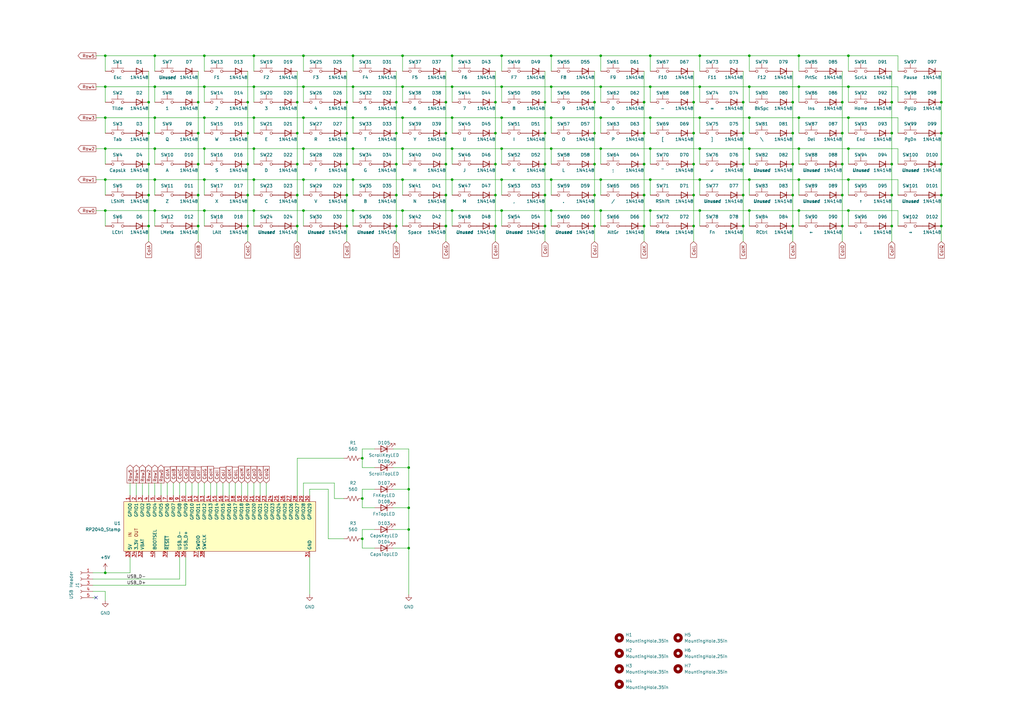
<source format=kicad_sch>
(kicad_sch (version 20211123) (generator eeschema)
  (paper "A3")
  (title_block (title "RabidKeyboard"))
  (junction (at 182.88 92.71))
  (junction (at 121.92 67.31))
  (junction (at 43.18 22.86))
  (junction (at 60.96 67.31))
  (junction (at 182.88 80.01))
  (junction (at 144.78 48.26))
  (junction (at 101.6 41.91))
  (junction (at 325.12 67.31))
  (junction (at 264.16 67.31))
  (junction (at 144.78 35.56))
  (junction (at 205.74 35.56))
  (junction (at 347.98 48.26))
  (junction (at 60.96 54.61))
  (junction (at 185.42 35.56))
  (junction (at 304.8 54.61))
  (junction (at 43.18 35.56))
  (junction (at 386.08 41.91))
  (junction (at 264.16 92.71))
  (junction (at 81.28 80.01))
  (junction (at 347.98 60.96))
  (junction (at 167.64 217.17))
  (junction (at 226.06 86.36))
  (junction (at 144.78 60.96))
  (junction (at 325.12 41.91))
  (junction (at 345.44 54.61))
  (junction (at 165.1 73.66))
  (junction (at 327.66 22.86))
  (junction (at 386.08 67.31))
  (junction (at 121.92 80.01))
  (junction (at 205.74 22.86))
  (junction (at 104.14 22.86))
  (junction (at 203.2 92.71))
  (junction (at 307.34 22.86))
  (junction (at 345.44 80.01))
  (junction (at 162.56 54.61))
  (junction (at 284.48 54.61))
  (junction (at 142.24 92.71))
  (junction (at 223.52 80.01))
  (junction (at 43.18 48.26))
  (junction (at 162.56 41.91))
  (junction (at 60.96 80.01))
  (junction (at 365.76 67.31))
  (junction (at 205.74 73.66))
  (junction (at 165.1 86.36))
  (junction (at 243.84 80.01))
  (junction (at 124.46 35.56))
  (junction (at 307.34 35.56))
  (junction (at 266.7 22.86))
  (junction (at 284.48 41.91))
  (junction (at 182.88 67.31))
  (junction (at 43.18 60.96))
  (junction (at 162.56 92.71))
  (junction (at 223.52 92.71))
  (junction (at 182.88 54.61))
  (junction (at 63.5 22.86))
  (junction (at 307.34 60.96))
  (junction (at 325.12 92.71))
  (junction (at 386.08 54.61))
  (junction (at 325.12 80.01))
  (junction (at 167.64 191.77))
  (junction (at 121.92 92.71))
  (junction (at 182.88 41.91))
  (junction (at 243.84 92.71))
  (junction (at 121.92 54.61))
  (junction (at 43.18 86.36))
  (junction (at 304.8 41.91))
  (junction (at 226.06 22.86))
  (junction (at 365.76 54.61))
  (junction (at 124.46 86.36))
  (junction (at 185.42 86.36))
  (junction (at 284.48 92.71))
  (junction (at 246.38 22.86))
  (junction (at 386.08 92.71))
  (junction (at 185.42 60.96))
  (junction (at 223.52 54.61))
  (junction (at 142.24 41.91))
  (junction (at 345.44 67.31))
  (junction (at 226.06 35.56))
  (junction (at 246.38 48.26))
  (junction (at 304.8 92.71))
  (junction (at 63.5 35.56))
  (junction (at 165.1 22.86))
  (junction (at 243.84 41.91))
  (junction (at 63.5 86.36))
  (junction (at 63.5 73.66))
  (junction (at 148.59 220.98))
  (junction (at 81.28 67.31))
  (junction (at 81.28 41.91))
  (junction (at 83.82 60.96))
  (junction (at 347.98 86.36))
  (junction (at 246.38 73.66))
  (junction (at 243.84 54.61))
  (junction (at 60.96 92.71))
  (junction (at 124.46 48.26))
  (junction (at 327.66 73.66))
  (junction (at 347.98 22.86))
  (junction (at 101.6 54.61))
  (junction (at 81.28 54.61))
  (junction (at 83.82 35.56))
  (junction (at 365.76 80.01))
  (junction (at 101.6 80.01))
  (junction (at 142.24 80.01))
  (junction (at 205.74 86.36))
  (junction (at 142.24 54.61))
  (junction (at 264.16 54.61))
  (junction (at 284.48 67.31))
  (junction (at 266.7 48.26))
  (junction (at 104.14 73.66))
  (junction (at 347.98 35.56))
  (junction (at 223.52 67.31))
  (junction (at 287.02 35.56))
  (junction (at 104.14 35.56))
  (junction (at 148.59 204.47))
  (junction (at 307.34 48.26))
  (junction (at 205.74 60.96))
  (junction (at 287.02 48.26))
  (junction (at 203.2 54.61))
  (junction (at 264.16 41.91))
  (junction (at 148.59 187.96))
  (junction (at 81.28 92.71))
  (junction (at 304.8 80.01))
  (junction (at 144.78 86.36))
  (junction (at 165.1 48.26))
  (junction (at 121.92 41.91))
  (junction (at 226.06 48.26))
  (junction (at 83.82 73.66))
  (junction (at 264.16 80.01))
  (junction (at 266.7 73.66))
  (junction (at 142.24 67.31))
  (junction (at 63.5 48.26))
  (junction (at 287.02 60.96))
  (junction (at 43.18 73.66))
  (junction (at 124.46 73.66))
  (junction (at 266.7 86.36))
  (junction (at 83.82 48.26))
  (junction (at 185.42 48.26))
  (junction (at 243.84 67.31))
  (junction (at 162.56 67.31))
  (junction (at 104.14 48.26))
  (junction (at 266.7 60.96))
  (junction (at 83.82 86.36))
  (junction (at 287.02 22.86))
  (junction (at 203.2 80.01))
  (junction (at 104.14 86.36))
  (junction (at 347.98 73.66))
  (junction (at 185.42 73.66))
  (junction (at 83.82 22.86))
  (junction (at 205.74 48.26))
  (junction (at 144.78 73.66))
  (junction (at 266.7 35.56))
  (junction (at 287.02 86.36))
  (junction (at 304.8 67.31))
  (junction (at 365.76 92.71))
  (junction (at 165.1 35.56))
  (junction (at 60.96 41.91))
  (junction (at 104.14 60.96))
  (junction (at 386.08 80.01))
  (junction (at 203.2 67.31))
  (junction (at 327.66 48.26))
  (junction (at 284.48 80.01))
  (junction (at 325.12 54.61))
  (junction (at 307.34 73.66))
  (junction (at 223.52 41.91))
  (junction (at 144.78 22.86))
  (junction (at 167.64 208.28))
  (junction (at 327.66 60.96))
  (junction (at 345.44 41.91))
  (junction (at 246.38 60.96))
  (junction (at 43.18 234.95))
  (junction (at 167.64 200.66))
  (junction (at 124.46 60.96))
  (junction (at 287.02 73.66))
  (junction (at 101.6 67.31))
  (junction (at 203.2 41.91))
  (junction (at 167.64 224.79))
  (junction (at 345.44 92.71))
  (junction (at 246.38 86.36))
  (junction (at 365.76 41.91))
  (junction (at 327.66 35.56))
  (junction (at 185.42 22.86))
  (junction (at 124.46 22.86))
  (junction (at 246.38 35.56))
  (junction (at 165.1 60.96))
  (junction (at 226.06 73.66))
  (junction (at 162.56 80.01))
  (junction (at 63.5 60.96))
  (junction (at 307.34 86.36))
  (junction (at 327.66 86.36))
  (junction (at 101.6 92.71))
  (junction (at 226.06 60.96))
  (no_connect (at 39.37 245.11))
  (wire (pts (xy 185.42 35.56) (xy 185.42 41.91)))
  (wire (pts (xy 386.08 41.91) (xy 386.08 54.61)))
  (wire (pts (xy 124.46 73.66) (xy 144.78 73.66)))
  (wire (pts (xy 83.82 22.86) (xy 104.14 22.86)))
  (wire (pts (xy 266.7 86.36) (xy 266.7 92.71)))
  (wire (pts (xy 124.46 198.12) (xy 124.46 203.2)))
  (wire (pts (xy 205.74 22.86) (xy 226.06 22.86)))
  (wire (pts (xy 266.7 86.36) (xy 287.02 86.36)))
  (wire (pts (xy 226.06 86.36) (xy 226.06 92.71)))
  (wire (pts (xy 124.46 48.26) (xy 144.78 48.26)))
  (wire (pts (xy 246.38 73.66) (xy 266.7 73.66)))
  (wire (pts (xy 104.14 22.86) (xy 124.46 22.86)))
  (wire (pts (xy 81.28 41.91) (xy 81.28 54.61)))
  (wire (pts (xy 287.02 48.26) (xy 287.02 54.61)))
  (wire (pts (xy 68.58 198.12) (xy 68.58 203.2)))
  (wire (pts (xy 205.74 48.26) (xy 205.74 54.61)))
  (wire (pts (xy 43.18 60.96) (xy 43.18 67.31)))
  (wire (pts (xy 66.04 198.12) (xy 66.04 203.2)))
  (wire (pts (xy 148.59 204.47) (xy 148.59 200.66)))
  (wire (pts (xy 38.1 240.03) (xy 76.2 240.03)))
  (wire (pts (xy 304.8 41.91) (xy 304.8 54.61)))
  (wire (pts (xy 81.28 92.71) (xy 81.28 99.06)))
  (wire (pts (xy 124.46 35.56) (xy 144.78 35.56)))
  (wire (pts (xy 165.1 86.36) (xy 185.42 86.36)))
  (wire (pts (xy 185.42 86.36) (xy 185.42 92.71)))
  (wire (pts (xy 246.38 35.56) (xy 266.7 35.56)))
  (wire (pts (xy 109.22 198.12) (xy 109.22 203.2)))
  (wire (pts (xy 185.42 73.66) (xy 185.42 80.01)))
  (wire (pts (xy 39.37 35.56) (xy 43.18 35.56)))
  (wire (pts (xy 347.98 35.56) (xy 368.3 35.56)))
  (wire (pts (xy 304.8 80.01) (xy 304.8 92.71)))
  (wire (pts (xy 121.92 41.91) (xy 121.92 54.61)))
  (wire (pts (xy 284.48 41.91) (xy 284.48 54.61)))
  (wire (pts (xy 307.34 22.86) (xy 307.34 29.21)))
  (wire (pts (xy 266.7 22.86) (xy 266.7 29.21)))
  (wire (pts (xy 63.5 35.56) (xy 83.82 35.56)))
  (wire (pts (xy 86.36 198.12) (xy 86.36 203.2)))
  (wire (pts (xy 347.98 60.96) (xy 368.3 60.96)))
  (wire (pts (xy 203.2 29.21) (xy 203.2 41.91)))
  (wire (pts (xy 96.52 198.12) (xy 96.52 203.2)))
  (wire (pts (xy 185.42 86.36) (xy 205.74 86.36)))
  (wire (pts (xy 368.3 48.26) (xy 368.3 54.61)))
  (wire (pts (xy 38.1 242.57) (xy 43.18 242.57)))
  (wire (pts (xy 153.67 191.77) (xy 148.59 191.77)))
  (wire (pts (xy 43.18 22.86) (xy 43.18 29.21)))
  (wire (pts (xy 83.82 22.86) (xy 83.82 29.21)))
  (wire (pts (xy 153.67 208.28) (xy 148.59 208.28)))
  (wire (pts (xy 307.34 60.96) (xy 307.34 67.31)))
  (wire (pts (xy 144.78 48.26) (xy 165.1 48.26)))
  (wire (pts (xy 162.56 67.31) (xy 162.56 80.01)))
  (wire (pts (xy 124.46 22.86) (xy 124.46 29.21)))
  (wire (pts (xy 287.02 48.26) (xy 307.34 48.26)))
  (wire (pts (xy 104.14 86.36) (xy 104.14 92.71)))
  (wire (pts (xy 83.82 48.26) (xy 104.14 48.26)))
  (wire (pts (xy 148.59 191.77) (xy 148.59 187.96)))
  (wire (pts (xy 345.44 29.21) (xy 345.44 41.91)))
  (wire (pts (xy 327.66 86.36) (xy 347.98 86.36)))
  (wire (pts (xy 39.37 86.36) (xy 43.18 86.36)))
  (wire (pts (xy 63.5 73.66) (xy 63.5 80.01)))
  (wire (pts (xy 167.64 200.66) (xy 167.64 208.28)))
  (wire (pts (xy 203.2 41.91) (xy 203.2 54.61)))
  (wire (pts (xy 101.6 29.21) (xy 101.6 41.91)))
  (wire (pts (xy 284.48 54.61) (xy 284.48 67.31)))
  (wire (pts (xy 325.12 41.91) (xy 325.12 54.61)))
  (wire (pts (xy 266.7 73.66) (xy 287.02 73.66)))
  (wire (pts (xy 101.6 80.01) (xy 101.6 92.71)))
  (wire (pts (xy 386.08 67.31) (xy 386.08 80.01)))
  (wire (pts (xy 83.82 73.66) (xy 104.14 73.66)))
  (wire (pts (xy 264.16 67.31) (xy 264.16 80.01)))
  (wire (pts (xy 142.24 29.21) (xy 142.24 41.91)))
  (wire (pts (xy 161.29 200.66) (xy 167.64 200.66)))
  (wire (pts (xy 325.12 29.21) (xy 325.12 41.91)))
  (wire (pts (xy 246.38 22.86) (xy 246.38 29.21)))
  (wire (pts (xy 63.5 60.96) (xy 63.5 67.31)))
  (wire (pts (xy 287.02 35.56) (xy 307.34 35.56)))
  (wire (pts (xy 43.18 86.36) (xy 63.5 86.36)))
  (wire (pts (xy 307.34 48.26) (xy 307.34 54.61)))
  (wire (pts (xy 185.42 22.86) (xy 205.74 22.86)))
  (wire (pts (xy 104.14 35.56) (xy 124.46 35.56)))
  (wire (pts (xy 161.29 208.28) (xy 167.64 208.28)))
  (wire (pts (xy 365.76 67.31) (xy 365.76 80.01)))
  (wire (pts (xy 148.59 187.96) (xy 148.59 184.15)))
  (wire (pts (xy 73.66 198.12) (xy 73.66 203.2)))
  (wire (pts (xy 205.74 73.66) (xy 226.06 73.66)))
  (wire (pts (xy 223.52 67.31) (xy 223.52 80.01)))
  (wire (pts (xy 58.42 198.12) (xy 58.42 203.2)))
  (wire (pts (xy 162.56 54.61) (xy 162.56 67.31)))
  (wire (pts (xy 205.74 22.86) (xy 205.74 29.21)))
  (wire (pts (xy 347.98 86.36) (xy 347.98 92.71)))
  (wire (pts (xy 226.06 48.26) (xy 246.38 48.26)))
  (wire (pts (xy 99.06 198.12) (xy 99.06 203.2)))
  (wire (pts (xy 101.6 92.71) (xy 101.6 99.06)))
  (wire (pts (xy 347.98 86.36) (xy 368.3 86.36)))
  (wire (pts (xy 205.74 35.56) (xy 226.06 35.56)))
  (wire (pts (xy 205.74 60.96) (xy 226.06 60.96)))
  (wire (pts (xy 165.1 73.66) (xy 185.42 73.66)))
  (wire (pts (xy 345.44 80.01) (xy 345.44 92.71)))
  (wire (pts (xy 43.18 233.68) (xy 43.18 234.95)))
  (wire (pts (xy 327.66 60.96) (xy 347.98 60.96)))
  (wire (pts (xy 167.64 224.79) (xy 167.64 243.84)))
  (wire (pts (xy 101.6 54.61) (xy 101.6 67.31)))
  (wire (pts (xy 205.74 73.66) (xy 205.74 80.01)))
  (wire (pts (xy 345.44 41.91) (xy 345.44 54.61)))
  (wire (pts (xy 76.2 198.12) (xy 76.2 203.2)))
  (wire (pts (xy 182.88 54.61) (xy 182.88 67.31)))
  (wire (pts (xy 140.97 220.98) (xy 134.62 220.98)))
  (wire (pts (xy 345.44 92.71) (xy 345.44 99.06)))
  (wire (pts (xy 148.59 224.79) (xy 148.59 220.98)))
  (wire (pts (xy 43.18 35.56) (xy 63.5 35.56)))
  (wire (pts (xy 205.74 86.36) (xy 226.06 86.36)))
  (wire (pts (xy 246.38 48.26) (xy 246.38 54.61)))
  (wire (pts (xy 368.3 35.56) (xy 368.3 41.91)))
  (wire (pts (xy 264.16 80.01) (xy 264.16 92.71)))
  (wire (pts (xy 246.38 60.96) (xy 266.7 60.96)))
  (wire (pts (xy 83.82 86.36) (xy 83.82 92.71)))
  (wire (pts (xy 365.76 29.21) (xy 365.76 41.91)))
  (wire (pts (xy 185.42 60.96) (xy 205.74 60.96)))
  (wire (pts (xy 60.96 41.91) (xy 60.96 54.61)))
  (wire (pts (xy 325.12 67.31) (xy 325.12 80.01)))
  (wire (pts (xy 264.16 29.21) (xy 264.16 41.91)))
  (wire (pts (xy 144.78 60.96) (xy 144.78 67.31)))
  (wire (pts (xy 43.18 86.36) (xy 43.18 92.71)))
  (wire (pts (xy 39.37 73.66) (xy 43.18 73.66)))
  (wire (pts (xy 162.56 80.01) (xy 162.56 92.71)))
  (wire (pts (xy 223.52 54.61) (xy 223.52 67.31)))
  (wire (pts (xy 81.28 67.31) (xy 81.28 80.01)))
  (wire (pts (xy 167.64 184.15) (xy 167.64 191.77)))
  (wire (pts (xy 104.14 60.96) (xy 104.14 67.31)))
  (wire (pts (xy 60.96 67.31) (xy 60.96 80.01)))
  (wire (pts (xy 43.18 73.66) (xy 43.18 80.01)))
  (wire (pts (xy 165.1 22.86) (xy 185.42 22.86)))
  (wire (pts (xy 246.38 48.26) (xy 266.7 48.26)))
  (wire (pts (xy 165.1 35.56) (xy 165.1 41.91)))
  (wire (pts (xy 124.46 22.86) (xy 144.78 22.86)))
  (wire (pts (xy 101.6 198.12) (xy 101.6 203.2)))
  (wire (pts (xy 347.98 60.96) (xy 347.98 67.31)))
  (wire (pts (xy 38.1 234.95) (xy 43.18 234.95)))
  (wire (pts (xy 78.74 198.12) (xy 78.74 203.2)))
  (wire (pts (xy 124.46 86.36) (xy 124.46 92.71)))
  (wire (pts (xy 83.82 60.96) (xy 104.14 60.96)))
  (wire (pts (xy 284.48 67.31) (xy 284.48 80.01)))
  (wire (pts (xy 83.82 35.56) (xy 83.82 41.91)))
  (wire (pts (xy 144.78 22.86) (xy 144.78 29.21)))
  (wire (pts (xy 386.08 29.21) (xy 386.08 41.91)))
  (wire (pts (xy 81.28 198.12) (xy 81.28 203.2)))
  (wire (pts (xy 104.14 48.26) (xy 104.14 54.61)))
  (wire (pts (xy 165.1 35.56) (xy 185.42 35.56)))
  (wire (pts (xy 83.82 35.56) (xy 104.14 35.56)))
  (wire (pts (xy 368.3 60.96) (xy 368.3 67.31)))
  (wire (pts (xy 124.46 60.96) (xy 144.78 60.96)))
  (wire (pts (xy 243.84 29.21) (xy 243.84 41.91)))
  (wire (pts (xy 347.98 22.86) (xy 368.3 22.86)))
  (wire (pts (xy 144.78 48.26) (xy 144.78 54.61)))
  (wire (pts (xy 345.44 54.61) (xy 345.44 67.31)))
  (wire (pts (xy 226.06 86.36) (xy 246.38 86.36)))
  (wire (pts (xy 264.16 41.91) (xy 264.16 54.61)))
  (wire (pts (xy 167.64 208.28) (xy 167.64 217.17)))
  (wire (pts (xy 266.7 60.96) (xy 287.02 60.96)))
  (wire (pts (xy 347.98 35.56) (xy 347.98 41.91)))
  (wire (pts (xy 148.59 220.98) (xy 148.59 217.17)))
  (wire (pts (xy 246.38 35.56) (xy 246.38 41.91)))
  (wire (pts (xy 144.78 35.56) (xy 144.78 41.91)))
  (wire (pts (xy 205.74 86.36) (xy 205.74 92.71)))
  (wire (pts (xy 287.02 22.86) (xy 287.02 29.21)))
  (wire (pts (xy 124.46 35.56) (xy 124.46 41.91)))
  (wire (pts (xy 284.48 92.71) (xy 284.48 99.06)))
  (wire (pts (xy 121.92 187.96) (xy 121.92 203.2)))
  (wire (pts (xy 161.29 191.77) (xy 167.64 191.77)))
  (wire (pts (xy 246.38 60.96) (xy 246.38 67.31)))
  (wire (pts (xy 144.78 35.56) (xy 165.1 35.56)))
  (wire (pts (xy 185.42 60.96) (xy 185.42 67.31)))
  (wire (pts (xy 63.5 35.56) (xy 63.5 41.91)))
  (wire (pts (xy 140.97 204.47) (xy 137.16 204.47)))
  (wire (pts (xy 38.1 245.11) (xy 39.37 245.11)))
  (wire (pts (xy 165.1 73.66) (xy 165.1 80.01)))
  (wire (pts (xy 83.82 60.96) (xy 83.82 67.31)))
  (wire (pts (xy 104.14 73.66) (xy 104.14 80.01)))
  (wire (pts (xy 144.78 73.66) (xy 144.78 80.01)))
  (wire (pts (xy 134.62 220.98) (xy 134.62 200.66)))
  (wire (pts (xy 124.46 73.66) (xy 124.46 80.01)))
  (wire (pts (xy 266.7 35.56) (xy 287.02 35.56)))
  (wire (pts (xy 124.46 60.96) (xy 124.46 67.31)))
  (wire (pts (xy 182.88 92.71) (xy 182.88 99.06)))
  (wire (pts (xy 327.66 35.56) (xy 327.66 41.91)))
  (wire (pts (xy 144.78 86.36) (xy 165.1 86.36)))
  (wire (pts (xy 39.37 60.96) (xy 43.18 60.96)))
  (wire (pts (xy 203.2 92.71) (xy 203.2 99.06)))
  (wire (pts (xy 127 200.66) (xy 127 203.2)))
  (wire (pts (xy 325.12 54.61) (xy 325.12 67.31)))
  (wire (pts (xy 226.06 73.66) (xy 226.06 80.01)))
  (wire (pts (xy 304.8 54.61) (xy 304.8 67.31)))
  (wire (pts (xy 325.12 80.01) (xy 325.12 92.71)))
  (wire (pts (xy 161.29 217.17) (xy 167.64 217.17)))
  (wire (pts (xy 307.34 73.66) (xy 307.34 80.01)))
  (wire (pts (xy 39.37 48.26) (xy 43.18 48.26)))
  (wire (pts (xy 121.92 29.21) (xy 121.92 41.91)))
  (wire (pts (xy 43.18 48.26) (xy 63.5 48.26)))
  (wire (pts (xy 43.18 35.56) (xy 43.18 41.91)))
  (wire (pts (xy 93.98 198.12) (xy 93.98 203.2)))
  (wire (pts (xy 307.34 86.36) (xy 307.34 92.71)))
  (wire (pts (xy 83.82 198.12) (xy 83.82 203.2)))
  (wire (pts (xy 185.42 48.26) (xy 185.42 54.61)))
  (wire (pts (xy 121.92 67.31) (xy 121.92 80.01)))
  (wire (pts (xy 307.34 86.36) (xy 327.66 86.36)))
  (wire (pts (xy 144.78 86.36) (xy 144.78 92.71)))
  (wire (pts (xy 137.16 204.47) (xy 137.16 198.12)))
  (wire (pts (xy 386.08 92.71) (xy 386.08 99.06)))
  (wire (pts (xy 266.7 60.96) (xy 266.7 67.31)))
  (wire (pts (xy 55.88 198.12) (xy 55.88 203.2)))
  (wire (pts (xy 226.06 22.86) (xy 246.38 22.86)))
  (wire (pts (xy 327.66 22.86) (xy 327.66 29.21)))
  (wire (pts (xy 60.96 29.21) (xy 60.96 41.91)))
  (wire (pts (xy 243.84 41.91) (xy 243.84 54.61)))
  (wire (pts (xy 287.02 86.36) (xy 287.02 92.71)))
  (wire (pts (xy 243.84 92.71) (xy 243.84 99.06)))
  (wire (pts (xy 284.48 29.21) (xy 284.48 41.91)))
  (wire (pts (xy 223.52 92.71) (xy 223.52 99.06)))
  (wire (pts (xy 307.34 60.96) (xy 327.66 60.96)))
  (wire (pts (xy 165.1 60.96) (xy 185.42 60.96)))
  (wire (pts (xy 91.44 198.12) (xy 91.44 203.2)))
  (wire (pts (xy 144.78 22.86) (xy 165.1 22.86)))
  (wire (pts (xy 60.96 198.12) (xy 60.96 203.2)))
  (wire (pts (xy 307.34 48.26) (xy 327.66 48.26)))
  (wire (pts (xy 162.56 92.71) (xy 162.56 99.06)))
  (wire (pts (xy 162.56 29.21) (xy 162.56 41.91)))
  (wire (pts (xy 124.46 86.36) (xy 144.78 86.36)))
  (wire (pts (xy 347.98 73.66) (xy 368.3 73.66)))
  (wire (pts (xy 325.12 92.71) (xy 325.12 99.06)))
  (wire (pts (xy 287.02 73.66) (xy 287.02 80.01)))
  (wire (pts (xy 368.3 86.36) (xy 368.3 92.71)))
  (wire (pts (xy 71.12 198.12) (xy 71.12 203.2)))
  (wire (pts (xy 226.06 60.96) (xy 226.06 67.31)))
  (wire (pts (xy 148.59 217.17) (xy 153.67 217.17)))
  (wire (pts (xy 347.98 48.26) (xy 347.98 54.61)))
  (wire (pts (xy 266.7 35.56) (xy 266.7 41.91)))
  (wire (pts (xy 368.3 22.86) (xy 368.3 29.21)))
  (wire (pts (xy 264.16 92.71) (xy 264.16 99.06)))
  (wire (pts (xy 243.84 80.01) (xy 243.84 92.71)))
  (wire (pts (xy 137.16 198.12) (xy 124.46 198.12)))
  (wire (pts (xy 127 228.6) (xy 127 243.84)))
  (wire (pts (xy 167.64 191.77) (xy 167.64 200.66)))
  (wire (pts (xy 60.96 54.61) (xy 60.96 67.31)))
  (wire (pts (xy 347.98 22.86) (xy 347.98 29.21)))
  (wire (pts (xy 144.78 60.96) (xy 165.1 60.96)))
  (wire (pts (xy 304.8 29.21) (xy 304.8 41.91)))
  (wire (pts (xy 365.76 92.71) (xy 365.76 99.06)))
  (wire (pts (xy 63.5 60.96) (xy 83.82 60.96)))
  (wire (pts (xy 104.14 86.36) (xy 124.46 86.36)))
  (wire (pts (xy 226.06 35.56) (xy 246.38 35.56)))
  (wire (pts (xy 161.29 184.15) (xy 167.64 184.15)))
  (wire (pts (xy 386.08 80.01) (xy 386.08 92.71)))
  (wire (pts (xy 43.18 234.95) (xy 53.34 234.95)))
  (wire (pts (xy 182.88 67.31) (xy 182.88 80.01)))
  (wire (pts (xy 226.06 60.96) (xy 246.38 60.96)))
  (wire (pts (xy 43.18 60.96) (xy 63.5 60.96)))
  (wire (pts (xy 205.74 48.26) (xy 226.06 48.26)))
  (wire (pts (xy 148.59 208.28) (xy 148.59 204.47)))
  (wire (pts (xy 347.98 48.26) (xy 368.3 48.26)))
  (wire (pts (xy 365.76 80.01) (xy 365.76 92.71)))
  (wire (pts (xy 266.7 48.26) (xy 287.02 48.26)))
  (wire (pts (xy 165.1 86.36) (xy 165.1 92.71)))
  (wire (pts (xy 81.28 80.01) (xy 81.28 92.71)))
  (wire (pts (xy 167.64 217.17) (xy 167.64 224.79)))
  (wire (pts (xy 205.74 35.56) (xy 205.74 41.91)))
  (wire (pts (xy 203.2 54.61) (xy 203.2 67.31)))
  (wire (pts (xy 287.02 60.96) (xy 287.02 67.31)))
  (wire (pts (xy 88.9 198.12) (xy 88.9 203.2)))
  (wire (pts (xy 81.28 54.61) (xy 81.28 67.31)))
  (wire (pts (xy 83.82 73.66) (xy 83.82 80.01)))
  (wire (pts (xy 63.5 22.86) (xy 63.5 29.21)))
  (wire (pts (xy 266.7 48.26) (xy 266.7 54.61)))
  (wire (pts (xy 142.24 41.91) (xy 142.24 54.61)))
  (wire (pts (xy 165.1 60.96) (xy 165.1 67.31)))
  (wire (pts (xy 327.66 48.26) (xy 327.66 54.61)))
  (wire (pts (xy 63.5 198.12) (xy 63.5 203.2)))
  (wire (pts (xy 104.14 60.96) (xy 124.46 60.96)))
  (wire (pts (xy 53.34 198.12) (xy 53.34 203.2)))
  (wire (pts (xy 104.14 22.86) (xy 104.14 29.21)))
  (wire (pts (xy 185.42 73.66) (xy 205.74 73.66)))
  (wire (pts (xy 185.42 35.56) (xy 205.74 35.56)))
  (wire (pts (xy 345.44 67.31) (xy 345.44 80.01)))
  (wire (pts (xy 121.92 92.71) (xy 121.92 99.06)))
  (wire (pts (xy 182.88 80.01) (xy 182.88 92.71)))
  (wire (pts (xy 266.7 22.86) (xy 287.02 22.86)))
  (wire (pts (xy 43.18 242.57) (xy 43.18 246.38)))
  (wire (pts (xy 161.29 224.79) (xy 167.64 224.79)))
  (wire (pts (xy 63.5 86.36) (xy 63.5 92.71)))
  (wire (pts (xy 148.59 184.15) (xy 153.67 184.15)))
  (wire (pts (xy 246.38 86.36) (xy 266.7 86.36)))
  (wire (pts (xy 182.88 29.21) (xy 182.88 41.91)))
  (wire (pts (xy 63.5 48.26) (xy 63.5 54.61)))
  (wire (pts (xy 307.34 35.56) (xy 307.34 41.91)))
  (wire (pts (xy 148.59 200.66) (xy 153.67 200.66)))
  (wire (pts (xy 121.92 54.61) (xy 121.92 67.31)))
  (wire (pts (xy 63.5 22.86) (xy 83.82 22.86)))
  (wire (pts (xy 368.3 73.66) (xy 368.3 80.01)))
  (wire (pts (xy 165.1 48.26) (xy 185.42 48.26)))
  (wire (pts (xy 142.24 67.31) (xy 142.24 80.01)))
  (wire (pts (xy 304.8 92.71) (xy 304.8 99.06)))
  (wire (pts (xy 223.52 80.01) (xy 223.52 92.71)))
  (wire (pts (xy 124.46 48.26) (xy 124.46 54.61)))
  (wire (pts (xy 287.02 86.36) (xy 307.34 86.36)))
  (wire (pts (xy 327.66 60.96) (xy 327.66 67.31)))
  (wire (pts (xy 284.48 80.01) (xy 284.48 92.71)))
  (wire (pts (xy 73.66 237.49) (xy 73.66 228.6)))
  (wire (pts (xy 185.42 48.26) (xy 205.74 48.26)))
  (wire (pts (xy 144.78 73.66) (xy 165.1 73.66)))
  (wire (pts (xy 287.02 22.86) (xy 307.34 22.86)))
  (wire (pts (xy 226.06 73.66) (xy 246.38 73.66)))
  (wire (pts (xy 246.38 86.36) (xy 246.38 92.71)))
  (wire (pts (xy 104.14 35.56) (xy 104.14 41.91)))
  (wire (pts (xy 203.2 80.01) (xy 203.2 92.71)))
  (wire (pts (xy 304.8 67.31) (xy 304.8 80.01)))
  (wire (pts (xy 266.7 73.66) (xy 266.7 80.01)))
  (wire (pts (xy 243.84 54.61) (xy 243.84 67.31)))
  (wire (pts (xy 386.08 54.61) (xy 386.08 67.31)))
  (wire (pts (xy 327.66 86.36) (xy 327.66 92.71)))
  (wire (pts (xy 205.74 60.96) (xy 205.74 67.31)))
  (wire (pts (xy 38.1 237.49) (xy 73.66 237.49)))
  (wire (pts (xy 162.56 41.91) (xy 162.56 54.61)))
  (wire (pts (xy 43.18 73.66) (xy 63.5 73.66)))
  (wire (pts (xy 223.52 41.91) (xy 223.52 54.61)))
  (wire (pts (xy 243.84 67.31) (xy 243.84 80.01)))
  (wire (pts (xy 101.6 41.91) (xy 101.6 54.61)))
  (wire (pts (xy 365.76 54.61) (xy 365.76 67.31)))
  (wire (pts (xy 60.96 92.71) (xy 60.96 99.06)))
  (wire (pts (xy 104.14 48.26) (xy 124.46 48.26)))
  (wire (pts (xy 307.34 73.66) (xy 327.66 73.66)))
  (wire (pts (xy 101.6 67.31) (xy 101.6 80.01)))
  (wire (pts (xy 43.18 22.86) (xy 63.5 22.86)))
  (wire (pts (xy 153.67 224.79) (xy 148.59 224.79)))
  (wire (pts (xy 43.18 48.26) (xy 43.18 54.61)))
  (wire (pts (xy 327.66 73.66) (xy 347.98 73.66)))
  (wire (pts (xy 287.02 35.56) (xy 287.02 41.91)))
  (wire (pts (xy 121.92 80.01) (xy 121.92 92.71)))
  (wire (pts (xy 226.06 35.56) (xy 226.06 41.91)))
  (wire (pts (xy 142.24 92.71) (xy 142.24 99.06)))
  (wire (pts (xy 134.62 200.66) (xy 127 200.66)))
  (wire (pts (xy 63.5 48.26) (xy 83.82 48.26)))
  (wire (pts (xy 246.38 73.66) (xy 246.38 80.01)))
  (wire (pts (xy 182.88 41.91) (xy 182.88 54.61)))
  (wire (pts (xy 104.14 198.12) (xy 104.14 203.2)))
  (wire (pts (xy 140.97 187.96) (xy 121.92 187.96)))
  (wire (pts (xy 185.42 22.86) (xy 185.42 29.21)))
  (wire (pts (xy 365.76 41.91) (xy 365.76 54.61)))
  (wire (pts (xy 63.5 73.66) (xy 83.82 73.66)))
  (wire (pts (xy 264.16 54.61) (xy 264.16 67.31)))
  (wire (pts (xy 142.24 80.01) (xy 142.24 92.71)))
  (wire (pts (xy 327.66 73.66) (xy 327.66 80.01)))
  (wire (pts (xy 327.66 22.86) (xy 347.98 22.86)))
  (wire (pts (xy 327.66 48.26) (xy 347.98 48.26)))
  (wire (pts (xy 81.28 29.21) (xy 81.28 41.91)))
  (wire (pts (xy 142.24 54.61) (xy 142.24 67.31)))
  (wire (pts (xy 223.52 29.21) (xy 223.52 41.91)))
  (wire (pts (xy 347.98 73.66) (xy 347.98 80.01)))
  (wire (pts (xy 165.1 48.26) (xy 165.1 54.61)))
  (wire (pts (xy 39.37 22.86) (xy 43.18 22.86)))
  (wire (pts (xy 307.34 35.56) (xy 327.66 35.56)))
  (wire (pts (xy 63.5 86.36) (xy 83.82 86.36)))
  (wire (pts (xy 226.06 48.26) (xy 226.06 54.61)))
  (wire (pts (xy 246.38 22.86) (xy 266.7 22.86)))
  (wire (pts (xy 327.66 35.56) (xy 347.98 35.56)))
  (wire (pts (xy 104.14 73.66) (xy 124.46 73.66)))
  (wire (pts (xy 287.02 60.96) (xy 307.34 60.96)))
  (wire (pts (xy 76.2 240.03) (xy 76.2 228.6)))
  (wire (pts (xy 83.82 48.26) (xy 83.82 54.61)))
  (wire (pts (xy 287.02 73.66) (xy 307.34 73.66)))
  (wire (pts (xy 53.34 234.95) (xy 53.34 228.6)))
  (wire (pts (xy 83.82 86.36) (xy 104.14 86.36)))
  (wire (pts (xy 165.1 22.86) (xy 165.1 29.21)))
  (wire (pts (xy 226.06 22.86) (xy 226.06 29.21)))
  (wire (pts (xy 106.68 198.12) (xy 106.68 203.2)))
  (wire (pts (xy 203.2 67.31) (xy 203.2 80.01)))
  (wire (pts (xy 307.34 22.86) (xy 327.66 22.86)))
  (wire (pts (xy 60.96 80.01) (xy 60.96 92.71)))
  (label "USB_D-" (at 52.07 237.49 0))
  (label "USB_D+" (at 52.07 240.03 0))
  (global_label "ColE" (shape input) (at 78.74 198.12 90) (property "Intersheet References" "${INTERSHEET_REFS}" (effects hide)))
  (global_label "ColB" (shape input) (at 71.12 198.12 90) (property "Intersheet References" "${INTERSHEET_REFS}" (effects hide)))
  (global_label "ColQ" (shape input) (at 109.22 198.12 90) (property "Intersheet References" "${INTERSHEET_REFS}" (effects hide)))
  (global_label "ColL" (shape input) (at 284.48 99.06 270) (property "Intersheet References" "${INTERSHEET_REFS}" (effects hide)))
  (global_label "Row1" (shape output) (at 39.37 73.66 180) (property "Intersheet References" "${INTERSHEET_REFS}" (effects hide)))
  (global_label "ColC" (shape input) (at 73.66 198.12 90) (property "Intersheet References" "${INTERSHEET_REFS}" (effects hide)))
  (global_label "ColO" (shape input) (at 104.14 198.12 90) (property "Intersheet References" "${INTERSHEET_REFS}" (effects hide)))
  (global_label "ColJ" (shape input) (at 243.84 99.06 270) (property "Intersheet References" "${INTERSHEET_REFS}" (effects hide)))
  (global_label "Row5" (shape output) (at 39.37 22.86 180) (property "Intersheet References" "${INTERSHEET_REFS}" (effects hide)))
  (global_label "Row2" (shape output) (at 39.37 60.96 180) (property "Intersheet References" "${INTERSHEET_REFS}" (effects hide)))
  (global_label "ColI" (shape input) (at 88.9 198.12 90) (property "Intersheet References" "${INTERSHEET_REFS}" (effects hide)))
  (global_label "ColG" (shape input) (at 182.88 99.06 270) (property "Intersheet References" "${INTERSHEET_REFS}" (effects hide)))
  (global_label "ColG" (shape input) (at 83.82 198.12 90) (property "Intersheet References" "${INTERSHEET_REFS}" (effects hide)))
  (global_label "ColC" (shape input) (at 101.6 99.06 270) (property "Intersheet References" "${INTERSHEET_REFS}" (effects hide)))
  (global_label "ColN" (shape input) (at 325.12 99.06 270) (property "Intersheet References" "${INTERSHEET_REFS}" (effects hide)))
  (global_label "Row1" (shape output) (at 63.5 198.12 90) (property "Intersheet References" "${INTERSHEET_REFS}" (effects hide)))
  (global_label "ColJ" (shape input) (at 91.44 198.12 90) (property "Intersheet References" "${INTERSHEET_REFS}" (effects hide)))
  (global_label "ColM" (shape input) (at 304.8 99.06 270) (property "Intersheet References" "${INTERSHEET_REFS}" (effects hide)))
  (global_label "Row4" (shape output) (at 39.37 35.56 180) (property "Intersheet References" "${INTERSHEET_REFS}" (effects hide)))
  (global_label "Row5" (shape output) (at 53.34 198.12 90) (property "Intersheet References" "${INTERSHEET_REFS}" (effects hide)))
  (global_label "ColE" (shape input) (at 142.24 99.06 270) (property "Intersheet References" "${INTERSHEET_REFS}" (effects hide)))
  (global_label "Row0" (shape output) (at 66.04 198.12 90) (property "Intersheet References" "${INTERSHEET_REFS}" (effects hide)))
  (global_label "ColF" (shape input) (at 162.56 99.06 270) (property "Intersheet References" "${INTERSHEET_REFS}" (effects hide)))
  (global_label "ColA" (shape input) (at 60.96 99.06 270) (property "Intersheet References" "${INTERSHEET_REFS}" (effects hide)))
  (global_label "ColO" (shape input) (at 345.44 99.06 270) (property "Intersheet References" "${INTERSHEET_REFS}" (effects hide)))
  (global_label "ColD" (shape input) (at 121.92 99.06 270) (property "Intersheet References" "${INTERSHEET_REFS}" (effects hide)))
  (global_label "ColN" (shape input) (at 101.6 198.12 90) (property "Intersheet References" "${INTERSHEET_REFS}" (effects hide)))
  (global_label "ColP" (shape input) (at 106.68 198.12 90) (property "Intersheet References" "${INTERSHEET_REFS}" (effects hide)))
  (global_label "Row4" (shape output) (at 55.88 198.12 90) (property "Intersheet References" "${INTERSHEET_REFS}" (effects hide)))
  (global_label "ColH" (shape input) (at 203.2 99.06 270) (property "Intersheet References" "${INTERSHEET_REFS}" (effects hide)))
  (global_label "ColI" (shape input) (at 223.52 99.06 270) (property "Intersheet References" "${INTERSHEET_REFS}" (effects hide)))
  (global_label "Row2" (shape output) (at 60.96 198.12 90) (property "Intersheet References" "${INTERSHEET_REFS}" (effects hide)))
  (global_label "ColF" (shape input) (at 81.28 198.12 90) (property "Intersheet References" "${INTERSHEET_REFS}" (effects hide)))
  (global_label "Row3" (shape output) (at 39.37 48.26 180) (property "Intersheet References" "${INTERSHEET_REFS}" (effects hide)))
  (global_label "ColP" (shape input) (at 365.76 99.06 270) (property "Intersheet References" "${INTERSHEET_REFS}" (effects hide)))
  (global_label "ColM" (shape input) (at 99.06 198.12 90) (property "Intersheet References" "${INTERSHEET_REFS}" (effects hide)))
  (global_label "ColK" (shape input) (at 264.16 99.06 270) (property "Intersheet References" "${INTERSHEET_REFS}" (effects hide)))
  (global_label "ColL" (shape input) (at 96.52 198.12 90) (property "Intersheet References" "${INTERSHEET_REFS}" (effects hide)))
  (global_label "ColQ" (shape input) (at 386.08 99.06 270) (property "Intersheet References" "${INTERSHEET_REFS}" (effects hide)))
  (global_label "ColK" (shape input) (at 93.98 198.12 90) (property "Intersheet References" "${INTERSHEET_REFS}" (effects hide)))
  (global_label "ColB" (shape input) (at 81.28 99.06 270) (property "Intersheet References" "${INTERSHEET_REFS}" (effects hide)))
  (global_label "ColH" (shape input) (at 86.36 198.12 90) (property "Intersheet References" "${INTERSHEET_REFS}" (effects hide)))
  (global_label "Row0" (shape output) (at 39.37 86.36 180) (property "Intersheet References" "${INTERSHEET_REFS}" (effects hide)))
  (global_label "ColD" (shape input) (at 76.2 198.12 90) (property "Intersheet References" "${INTERSHEET_REFS}" (effects hide)))
  (global_label "ColA" (shape input) (at 68.58 198.12 90) (property "Intersheet References" "${INTERSHEET_REFS}" (effects hide)))
  (global_label "Row3" (shape output) (at 58.42 198.12 90) (property "Intersheet References" "${INTERSHEET_REFS}" (effects hide)))
  (symbol (lib_id "Switch:SW_Push") (at 109.22 41.91 0) (unit 1)
    (property "Reference" "SW20" (at 109.22 38.1 0))
    (property "Value" "3" (at 109.22 44.45 0))
    (property "Footprint" "Button_Switch_Keyboard:SW_Cherry_MX_1.00u_PCB" (effects hide))
  )
  (symbol (lib_id "Switch:SW_Push") (at 109.22 67.31 0) (unit 1)
    (property "Reference" "SW22" (at 109.22 63.5 0))
    (property "Value" "D" (at 109.22 69.85 0))
    (property "Footprint" "Button_Switch_Keyboard:SW_Cherry_MX_1.00u_PCB" (effects hide))
  )
  (symbol (lib_id "Device:LED") (at 157.48 224.79 180) (unit 1)
    (property "Reference" "D104" (at 157.48 222.25 0))
    (property "Value" "CapsTopLED" (at 157.48 227.33 0))
    (property "Footprint" "LED_THT:LED_D3.0mm" (effects hide))
  )
  (symbol (lib_id "Switch:SW_Push") (at 353.06 67.31 0) (unit 1) (in_bom no) (on_board no)
    (property "Reference" "SW94" (at 353.06 63.5 0))
    (property "Value" "Unused" (at 353.06 69.85 0) (effects (font bold italic)))
    (property "Footprint" "Button_Switch_Keyboard:SW_Cherry_MX_1.00u_PCB" (effects hide))
  )
  (symbol (lib_id "Diode:1N4148") (at 280.67 67.31 180) (unit 1)
    (property "Reference" "D70" (at 280.67 63.5 0))
    (property "Value" "1N4148" (at 280.67 69.85 0))
    (property "Footprint" "Diode_THT:D_DO-35_SOD27_P7.62mm_Horizontal" (effects hide))
    (property "Datasheet" "https://assets.nexperia.com/documents/data-sheet/1N4148_1N4448.pdf" (effects hide))
  )
  (symbol (lib_id "Mechanical:MountingHole") (at 278.13 274.32 0) (unit 1)
    (property "Reference" "H7" (at 280.67 273.0499 0) (effects (justify left)))
    (property "Value" "MountingHole.35in" (at 280.67 275.5899 0) (effects (justify left)))
    (property "Footprint" "MountingHole:MountingHole_4.3mm_M4" (effects hide))
  )
  (symbol (lib_id "Diode:1N4148") (at 260.35 80.01 180) (unit 1)
    (property "Reference" "D65" (at 260.35 76.2 0))
    (property "Value" "1N4148" (at 260.35 82.55 0))
    (property "Footprint" "Diode_THT:D_DO-35_SOD27_P7.62mm_Horizontal" (effects hide))
    (property "Datasheet" "https://assets.nexperia.com/documents/data-sheet/1N4148_1N4448.pdf" (effects hide))
  )
  (symbol (lib_id "power:GND") (at 167.64 243.84 0) (unit 1)
    (property "Reference" "#PWR03" (effects hide))
    (property "Value" "GND" (at 167.64 248.92 0))
  )
  (symbol (lib_id "Diode:1N4148") (at 77.47 54.61 180) (unit 1)
    (property "Reference" "D9" (at 77.47 50.8 0))
    (property "Value" "1N4148" (at 77.47 57.15 0))
    (property "Footprint" "Diode_THT:D_DO-35_SOD27_P7.62mm_Horizontal" (effects hide))
    (property "Datasheet" "https://assets.nexperia.com/documents/data-sheet/1N4148_1N4448.pdf" (effects hide))
  )
  (symbol (lib_id "Switch:SW_Push") (at 332.74 67.31 0) (unit 1) (in_bom no) (on_board no)
    (property "Reference" "SW88" (at 332.74 63.5 0))
    (property "Value" "Unused" (at 332.74 69.85 0) (effects (font bold italic)))
    (property "Footprint" "Button_Switch_Keyboard:SW_Cherry_MX_1.00u_PCB" (effects hide))
  )
  (symbol (lib_id "Diode:1N4148") (at 219.71 67.31 180) (unit 1)
    (property "Reference" "D52" (at 219.71 63.5 0))
    (property "Value" "1N4148" (at 219.71 69.85 0))
    (property "Footprint" "Diode_THT:D_DO-35_SOD27_P7.62mm_Horizontal" (effects hide))
    (property "Datasheet" "https://assets.nexperia.com/documents/data-sheet/1N4148_1N4448.pdf" (effects hide))
  )
  (symbol (lib_id "Switch:SW_Push") (at 292.1 54.61 0) (unit 1)
    (property "Reference" "SW75" (at 292.1 50.8 0))
    (property "Value" "]" (at 292.1 57.15 0))
    (property "Footprint" "Button_Switch_Keyboard:SW_Cherry_MX_1.00u_PCB" (effects hide))
  )
  (symbol (lib_id "Device:R_US") (at 144.78 204.47 90) (unit 1)
    (property "Reference" "R2" (at 144.78 198.12 90))
    (property "Value" "560" (at 144.78 200.66 90))
    (property "Footprint" "Resistor_THT:R_Axial_DIN0204_L3.6mm_D1.6mm_P7.62mm_Horizontal" (effects hide))
  )
  (symbol (lib_id "Switch:SW_Push") (at 190.5 67.31 0) (unit 1)
    (property "Reference" "SW46" (at 190.5 63.5 0))
    (property "Value" "J" (at 190.5 69.85 0))
    (property "Footprint" "Button_Switch_Keyboard:SW_Cherry_MX_1.00u_PCB" (effects hide))
  )
  (symbol (lib_id "Diode:1N4148") (at 300.99 92.71 180) (unit 1)
    (property "Reference" "D78" (at 300.99 88.9 0))
    (property "Value" "1N4148" (at 300.99 95.25 0))
    (property "Footprint" "Diode_THT:D_DO-35_SOD27_P7.62mm_Horizontal" (effects hide))
    (property "Datasheet" "https://assets.nexperia.com/documents/data-sheet/1N4148_1N4448.pdf" (effects hide))
  )
  (symbol (lib_id "Diode:1N4148") (at 118.11 67.31 180) (unit 1)
    (property "Reference" "D22" (at 118.11 63.5 0))
    (property "Value" "1N4148" (at 118.11 69.85 0))
    (property "Footprint" "Diode_THT:D_DO-35_SOD27_P7.62mm_Horizontal" (effects hide))
    (property "Datasheet" "https://assets.nexperia.com/documents/data-sheet/1N4148_1N4448.pdf" (effects hide))
  )
  (symbol (lib_id "Switch:SW_Push") (at 190.5 80.01 0) (unit 1)
    (property "Reference" "SW47" (at 190.5 76.2 0))
    (property "Value" "M" (at 190.5 82.55 0))
    (property "Footprint" "Button_Switch_Keyboard:SW_Cherry_MX_1.00u_PCB" (effects hide))
  )
  (symbol (lib_id "Diode:1N4148") (at 300.99 67.31 180) (unit 1)
    (property "Reference" "D76" (at 300.99 63.5 0))
    (property "Value" "1N4148" (at 300.99 69.85 0))
    (property "Footprint" "Diode_THT:D_DO-35_SOD27_P7.62mm_Horizontal" (effects hide))
    (property "Datasheet" "https://assets.nexperia.com/documents/data-sheet/1N4148_1N4448.pdf" (effects hide))
  )
  (symbol (lib_id "Diode:1N4148") (at 361.95 92.71 180) (unit 1)
    (property "Reference" "D96" (at 361.95 88.9 0))
    (property "Value" "1N4148" (at 361.95 95.25 0))
    (property "Footprint" "Diode_THT:D_DO-35_SOD27_P7.62mm_Horizontal" (effects hide))
    (property "Datasheet" "https://assets.nexperia.com/documents/data-sheet/1N4148_1N4448.pdf" (effects hide))
  )
  (symbol (lib_id "Switch:SW_Push") (at 88.9 92.71 0) (unit 1)
    (property "Reference" "SW18" (at 88.9 88.9 0))
    (property "Value" "LAlt" (at 88.9 95.25 0))
    (property "Footprint" "Button_Switch_Keyboard:SW_Cherry_MX_1.25u_PCB" (effects hide))
  )
  (symbol (lib_id "Device:LED") (at 157.48 217.17 180) (unit 1)
    (property "Reference" "D103" (at 157.48 214.63 0))
    (property "Value" "CapsKeyLED" (at 157.48 219.71 0))
    (property "Footprint" "LED_THT:LED_D3.0mm" (effects hide))
  )
  (symbol (lib_id "Switch:SW_Push") (at 353.06 29.21 0) (unit 1)
    (property "Reference" "SW91" (at 353.06 25.4 0))
    (property "Value" "ScrLk" (at 353.06 31.75 0))
    (property "Footprint" "Button_Switch_Keyboard:SW_Cherry_MX_1.00u_PCB" (effects hide))
  )
  (symbol (lib_id "Diode:1N4148") (at 382.27 54.61 180) (unit 1)
    (property "Reference" "D99" (at 382.27 50.8 0))
    (property "Value" "1N4148" (at 382.27 57.15 0))
    (property "Footprint" "Diode_THT:D_DO-35_SOD27_P7.62mm_Horizontal" (effects hide))
    (property "Datasheet" "https://assets.nexperia.com/documents/data-sheet/1N4148_1N4448.pdf" (effects hide))
  )
  (symbol (lib_id "Mechanical:MountingHole") (at 254 274.32 0) (unit 1)
    (property "Reference" "H3" (at 256.54 273.0499 0) (effects (justify left)))
    (property "Value" "MountingHole.35in" (at 256.54 275.5899 0) (effects (justify left)))
    (property "Footprint" "MountingHole:MountingHole_4.3mm_M4" (effects hide))
  )
  (symbol (lib_id "rp2040_stamp:RP2040_Stamp") (at 92.71 215.9 90) (unit 1)
    (property "Reference" "U1" (at 49.53 214.6299 90) (effects (justify left)))
    (property "Value" "RP2040_Stamp" (at 49.53 217.1699 90) (effects (justify left)))
    (property "Footprint" "RP2040_Stamp:RP2040_Stamp_SMD" (effects hide))
  )
  (symbol (lib_id "Diode:1N4148") (at 321.31 54.61 180) (unit 1)
    (property "Reference" "D81" (at 321.31 50.8 0))
    (property "Value" "1N4148" (at 321.31 57.15 0))
    (property "Footprint" "Diode_THT:D_DO-35_SOD27_P7.62mm_Horizontal" (effects hide))
    (property "Datasheet" "https://assets.nexperia.com/documents/data-sheet/1N4148_1N4448.pdf" (effects hide))
  )
  (symbol (lib_id "Switch:SW_Push") (at 129.54 54.61 0) (unit 1)
    (property "Reference" "SW27" (at 129.54 50.8 0))
    (property "Value" "R" (at 129.54 57.15 0))
    (property "Footprint" "Button_Switch_Keyboard:SW_Cherry_MX_1.00u_PCB" (effects hide))
  )
  (symbol (lib_id "Diode:1N4148") (at 321.31 41.91 180) (unit 1)
    (property "Reference" "D80" (at 321.31 38.1 0))
    (property "Value" "1N4148" (at 321.31 44.45 0))
    (property "Footprint" "Diode_THT:D_DO-35_SOD27_P7.62mm_Horizontal" (effects hide))
    (property "Datasheet" "https://assets.nexperia.com/documents/data-sheet/1N4148_1N4448.pdf" (effects hide))
  )
  (symbol (lib_id "Switch:SW_Push") (at 373.38 41.91 0) (unit 1)
    (property "Reference" "SW98" (at 373.38 38.1 0))
    (property "Value" "PgUp" (at 373.38 44.45 0))
    (property "Footprint" "Button_Switch_Keyboard:SW_Cherry_MX_1.00u_PCB" (effects hide))
  )
  (symbol (lib_id "Diode:1N4148") (at 158.75 29.21 180) (unit 1)
    (property "Reference" "D31" (at 158.75 25.4 0))
    (property "Value" "1N4148" (at 158.75 31.75 0))
    (property "Footprint" "Diode_THT:D_DO-35_SOD27_P7.62mm_Horizontal" (effects hide))
    (property "Datasheet" "https://assets.nexperia.com/documents/data-sheet/1N4148_1N4448.pdf" (effects hide))
  )
  (symbol (lib_id "Diode:1N4148") (at 361.95 41.91 180) (unit 1)
    (property "Reference" "D92" (at 361.95 38.1 0))
    (property "Value" "1N4148" (at 361.95 44.45 0))
    (property "Footprint" "Diode_THT:D_DO-35_SOD27_P7.62mm_Horizontal" (effects hide))
    (property "Datasheet" "https://assets.nexperia.com/documents/data-sheet/1N4148_1N4448.pdf" (effects hide))
  )
  (symbol (lib_id "Switch:SW_Push") (at 129.54 80.01 0) (unit 1)
    (property "Reference" "SW29" (at 129.54 76.2 0))
    (property "Value" "V" (at 129.54 82.55 0))
    (property "Footprint" "Button_Switch_Keyboard:SW_Cherry_MX_1.00u_PCB" (effects hide))
  )
  (symbol (lib_id "Switch:SW_Push") (at 68.58 29.21 0) (unit 1) (in_bom no) (on_board no)
    (property "Reference" "SW7" (at 68.58 25.4 0))
    (property "Value" "Unused" (at 68.58 31.75 0) (effects (font bold italic)))
    (property "Footprint" "Button_Switch_Keyboard:SW_Cherry_MX_1.00u_PCB" (effects hide))
  )
  (symbol (lib_id "Device:LED") (at 157.48 200.66 180) (unit 1)
    (property "Reference" "D107" (at 157.48 198.12 0))
    (property "Value" "FnKeyLED" (at 157.48 203.2 0))
    (property "Footprint" "LED_THT:LED_D3.0mm" (effects hide))
  )
  (symbol (lib_id "Mechanical:MountingHole") (at 254 280.67 0) (unit 1)
    (property "Reference" "H4" (at 256.54 279.3999 0) (effects (justify left)))
    (property "Value" "MountingHole.35in" (at 256.54 281.9399 0) (effects (justify left)))
    (property "Footprint" "MountingHole:MountingHole_4.3mm_M4" (effects hide))
  )
  (symbol (lib_id "Diode:1N4148") (at 361.95 67.31 180) (unit 1) (in_bom no) (on_board no)
    (property "Reference" "D94" (at 361.95 63.5 0))
    (property "Value" "1N4148" (at 361.95 69.85 0))
    (property "Footprint" "Diode_THT:D_DO-35_SOD27_P7.62mm_Horizontal" (effects hide))
    (property "Datasheet" "https://assets.nexperia.com/documents/data-sheet/1N4148_1N4448.pdf" (effects hide))
  )
  (symbol (lib_id "Switch:SW_Push") (at 292.1 41.91 0) (unit 1)
    (property "Reference" "SW74" (at 292.1 38.1 0))
    (property "Value" "=" (at 292.1 44.45 0))
    (property "Footprint" "Button_Switch_Keyboard:SW_Cherry_MX_1.00u_PCB" (effects hide))
  )
  (symbol (lib_id "Switch:SW_Push") (at 48.26 67.31 0) (unit 1)
    (property "Reference" "SW4" (at 48.26 63.5 0))
    (property "Value" "CapsLk" (at 48.26 69.85 0))
    (property "Footprint" "Button_Switch_Keyboard:SW_Cherry_MX_1.75u_PCB" (effects hide))
  )
  (symbol (lib_id "Switch:SW_Push") (at 68.58 67.31 0) (unit 1)
    (property "Reference" "SW10" (at 68.58 63.5 0))
    (property "Value" "A" (at 68.58 69.85 0))
    (property "Footprint" "Button_Switch_Keyboard:SW_Cherry_MX_1.00u_PCB" (effects hide))
  )
  (symbol (lib_id "Switch:SW_Push") (at 271.78 54.61 0) (unit 1)
    (property "Reference" "SW69" (at 271.78 50.8 0))
    (property "Value" "[" (at 271.78 57.15 0))
    (property "Footprint" "Button_Switch_Keyboard:SW_Cherry_MX_1.00u_PCB" (effects hide))
  )
  (symbol (lib_id "Diode:1N4148") (at 361.95 54.61 180) (unit 1)
    (property "Reference" "D93" (at 361.95 50.8 0))
    (property "Value" "1N4148" (at 361.95 57.15 0))
    (property "Footprint" "Diode_THT:D_DO-35_SOD27_P7.62mm_Horizontal" (effects hide))
    (property "Datasheet" "https://assets.nexperia.com/documents/data-sheet/1N4148_1N4448.pdf" (effects hide))
  )
  (symbol (lib_id "Diode:1N4148") (at 219.71 80.01 180) (unit 1)
    (property "Reference" "D53" (at 219.71 76.2 0))
    (property "Value" "1N4148" (at 219.71 82.55 0))
    (property "Footprint" "Diode_THT:D_DO-35_SOD27_P7.62mm_Horizontal" (effects hide))
    (property "Datasheet" "https://assets.nexperia.com/documents/data-sheet/1N4148_1N4448.pdf" (effects hide))
  )
  (symbol (lib_id "Switch:SW_Push") (at 373.38 67.31 0) (unit 1) (in_bom no) (on_board no)
    (property "Reference" "SW100" (at 373.38 63.5 0))
    (property "Value" "Unused" (at 373.38 69.85 0) (effects (font bold italic)))
    (property "Footprint" "Button_Switch_Keyboard:SW_Cherry_MX_1.00u_PCB" (effects hide))
  )
  (symbol (lib_id "Switch:SW_Push") (at 190.5 29.21 0) (unit 1)
    (property "Reference" "SW43" (at 190.5 25.4 0))
    (property "Value" "F6" (at 190.5 31.75 0))
    (property "Footprint" "Button_Switch_Keyboard:SW_Cherry_MX_1.00u_PCB" (effects hide))
  )
  (symbol (lib_id "Switch:SW_Push") (at 332.74 80.01 0) (unit 1) (in_bom no) (on_board no)
    (property "Reference" "SW89" (at 332.74 76.2 0))
    (property "Value" "Unused" (at 332.74 82.55 0) (effects (font bold italic)))
    (property "Footprint" "Button_Switch_Keyboard:SW_Cherry_MX_1.00u_PCB" (effects hide))
  )
  (symbol (lib_id "Diode:1N4148") (at 158.75 54.61 180) (unit 1)
    (property "Reference" "D33" (at 158.75 50.8 0))
    (property "Value" "1N4148" (at 158.75 57.15 0))
    (property "Footprint" "Diode_THT:D_DO-35_SOD27_P7.62mm_Horizontal" (effects hide))
    (property "Datasheet" "https://assets.nexperia.com/documents/data-sheet/1N4148_1N4448.pdf" (effects hide))
  )
  (symbol (lib_id "Switch:SW_Push") (at 271.78 80.01 0) (unit 1)
    (property "Reference" "SW71" (at 271.78 76.2 0))
    (property "Value" "RShift" (at 271.78 82.55 0))
    (property "Footprint" "Button_Switch_Keyboard:SW_Cherry_MX_2.75u_PCB" (effects hide))
  )
  (symbol (lib_id "Switch:SW_Push") (at 68.58 92.71 0) (unit 1)
    (property "Reference" "SW12" (at 68.58 88.9 0))
    (property "Value" "LMeta" (at 68.58 95.25 0))
    (property "Footprint" "Button_Switch_Keyboard:SW_Cherry_MX_1.25u_PCB" (effects hide))
  )
  (symbol (lib_id "Switch:SW_Push") (at 88.9 29.21 0) (unit 1)
    (property "Reference" "SW13" (at 88.9 25.4 0))
    (property "Value" "F1" (at 88.9 31.75 0))
    (property "Footprint" "Button_Switch_Keyboard:SW_Cherry_MX_1.00u_PCB" (effects hide))
  )
  (symbol (lib_id "Switch:SW_Push") (at 251.46 67.31 0) (unit 1)
    (property "Reference" "SW64" (at 251.46 63.5 0))
    (property "Value" ";" (at 251.46 69.85 0))
    (property "Footprint" "Button_Switch_Keyboard:SW_Cherry_MX_1.00u_PCB" (effects hide))
  )
  (symbol (lib_id "Device:R_US") (at 144.78 220.98 90) (unit 1)
    (property "Reference" "R3" (at 144.78 214.63 90))
    (property "Value" "560" (at 144.78 217.17 90))
    (property "Footprint" "Resistor_THT:R_Axial_DIN0204_L3.6mm_D1.6mm_P7.62mm_Horizontal" (effects hide))
  )
  (symbol (lib_id "Diode:1N4148") (at 260.35 54.61 180) (unit 1)
    (property "Reference" "D63" (at 260.35 50.8 0))
    (property "Value" "1N4148" (at 260.35 57.15 0))
    (property "Footprint" "Diode_THT:D_DO-35_SOD27_P7.62mm_Horizontal" (effects hide))
    (property "Datasheet" "https://assets.nexperia.com/documents/data-sheet/1N4148_1N4448.pdf" (effects hide))
  )
  (symbol (lib_id "Diode:1N4148") (at 158.75 67.31 180) (unit 1)
    (property "Reference" "D34" (at 158.75 63.5 0))
    (property "Value" "1N4148" (at 158.75 69.85 0))
    (property "Footprint" "Diode_THT:D_DO-35_SOD27_P7.62mm_Horizontal" (effects hide))
    (property "Datasheet" "https://assets.nexperia.com/documents/data-sheet/1N4148_1N4448.pdf" (effects hide))
  )
  (symbol (lib_id "Switch:SW_Push") (at 48.26 29.21 0) (unit 1)
    (property "Reference" "SW1" (at 48.26 25.4 0))
    (property "Value" "Esc" (at 48.26 31.75 0))
    (property "Footprint" "Button_Switch_Keyboard:SW_Cherry_MX_1.00u_PCB" (effects hide))
  )
  (symbol (lib_id "Switch:SW_Push") (at 170.18 67.31 0) (unit 1)
    (property "Reference" "SW40" (at 170.18 63.5 0))
    (property "Value" "H" (at 170.18 69.85 0))
    (property "Footprint" "Button_Switch_Keyboard:SW_Cherry_MX_1.00u_PCB" (effects hide))
  )
  (symbol (lib_id "Switch:SW_Push") (at 149.86 41.91 0) (unit 1)
    (property "Reference" "SW32" (at 149.86 38.1 0))
    (property "Value" "5" (at 149.86 44.45 0))
    (property "Footprint" "Button_Switch_Keyboard:SW_Cherry_MX_1.00u_PCB" (effects hide))
  )
  (symbol (lib_id "Diode:1N4148") (at 219.71 29.21 180) (unit 1)
    (property "Reference" "D49" (at 219.71 25.4 0))
    (property "Value" "1N4148" (at 219.71 31.75 0))
    (property "Footprint" "Diode_THT:D_DO-35_SOD27_P7.62mm_Horizontal" (effects hide))
    (property "Datasheet" "https://assets.nexperia.com/documents/data-sheet/1N4148_1N4448.pdf" (effects hide))
  )
  (symbol (lib_id "Diode:1N4148") (at 57.15 80.01 180) (unit 1)
    (property "Reference" "D5" (at 57.15 76.2 0))
    (property "Value" "1N4148" (at 57.15 82.55 0))
    (property "Footprint" "Diode_THT:D_DO-35_SOD27_P7.62mm_Horizontal" (effects hide))
    (property "Datasheet" "https://assets.nexperia.com/documents/data-sheet/1N4148_1N4448.pdf" (effects hide))
  )
  (symbol (lib_id "Switch:SW_Push") (at 251.46 54.61 0) (unit 1)
    (property "Reference" "SW63" (at 251.46 50.8 0))
    (property "Value" "P" (at 251.46 57.15 0))
    (property "Footprint" "Button_Switch_Keyboard:SW_Cherry_MX_1.00u_PCB" (effects hide))
  )
  (symbol (lib_id "Switch:SW_Push") (at 231.14 54.61 0) (unit 1)
    (property "Reference" "SW57" (at 231.14 50.8 0))
    (property "Value" "O" (at 231.14 57.15 0))
    (property "Footprint" "Button_Switch_Keyboard:SW_Cherry_MX_1.00u_PCB" (effects hide))
  )
  (symbol (lib_id "Switch:SW_Push") (at 292.1 92.71 0) (unit 1)
    (property "Reference" "SW78" (at 292.1 88.9 0))
    (property "Value" "Fn" (at 292.1 95.25 0))
    (property "Footprint" "Button_Switch_Keyboard:SW_Cherry_MX_1.25u_PCB" (effects hide))
  )
  (symbol (lib_id "Diode:1N4148") (at 219.71 92.71 180) (unit 1) (in_bom no) (on_board no)
    (property "Reference" "D54" (at 219.71 88.9 0))
    (property "Value" "1N4148" (at 219.71 95.25 0))
    (property "Footprint" "Diode_THT:D_DO-35_SOD27_P7.62mm_Horizontal" (effects hide))
    (property "Datasheet" "https://assets.nexperia.com/documents/data-sheet/1N4148_1N4448.pdf" (effects hide))
  )
  (symbol (lib_id "Diode:1N4148") (at 97.79 67.31 180) (unit 1)
    (property "Reference" "D16" (at 97.79 63.5 0))
    (property "Value" "1N4148" (at 97.79 69.85 0))
    (property "Footprint" "Diode_THT:D_DO-35_SOD27_P7.62mm_Horizontal" (effects hide))
    (property "Datasheet" "https://assets.nexperia.com/documents/data-sheet/1N4148_1N4448.pdf" (effects hide))
  )
  (symbol (lib_id "Diode:1N4148") (at 240.03 80.01 180) (unit 1)
    (property "Reference" "D59" (at 240.03 76.2 0))
    (property "Value" "1N4148" (at 240.03 82.55 0))
    (property "Footprint" "Diode_THT:D_DO-35_SOD27_P7.62mm_Horizontal" (effects hide))
    (property "Datasheet" "https://assets.nexperia.com/documents/data-sheet/1N4148_1N4448.pdf" (effects hide))
  )
  (symbol (lib_id "Switch:SW_Push") (at 292.1 29.21 0) (unit 1)
    (property "Reference" "SW73" (at 292.1 25.4 0))
    (property "Value" "F11" (at 292.1 31.75 0))
    (property "Footprint" "Button_Switch_Keyboard:SW_Cherry_MX_1.00u_PCB" (effects hide))
  )
  (symbol (lib_id "Switch:SW_Push") (at 292.1 80.01 0) (unit 1) (in_bom no) (on_board no)
    (property "Reference" "SW77" (at 292.1 76.2 0))
    (property "Value" "Unused" (at 292.1 82.55 0) (effects (font bold italic)))
    (property "Footprint" "Button_Switch_Keyboard:SW_Cherry_MX_1.00u_PCB" (effects hide))
  )
  (symbol (lib_id "Switch:SW_Push") (at 88.9 54.61 0) (unit 1)
    (property "Reference" "SW15" (at 88.9 50.8 0))
    (property "Value" "W" (at 88.9 57.15 0))
    (property "Footprint" "Button_Switch_Keyboard:SW_Cherry_MX_1.00u_PCB" (effects hide))
  )
  (symbol (lib_id "Diode:1N4148") (at 361.95 80.01 180) (unit 1)
    (property "Reference" "D95" (at 361.95 76.2 0))
    (property "Value" "1N4148" (at 361.95 82.55 0))
    (property "Footprint" "Diode_THT:D_DO-35_SOD27_P7.62mm_Horizontal" (effects hide))
    (property "Datasheet" "https://assets.nexperia.com/documents/data-sheet/1N4148_1N4448.pdf" (effects hide))
  )
  (symbol (lib_id "Diode:1N4148") (at 321.31 80.01 180) (unit 1) (in_bom no) (on_board no)
    (property "Reference" "D83" (at 321.31 76.2 0))
    (property "Value" "1N4148" (at 321.31 82.55 0))
    (property "Footprint" "Diode_THT:D_DO-35_SOD27_P7.62mm_Horizontal" (effects hide))
    (property "Datasheet" "https://assets.nexperia.com/documents/data-sheet/1N4148_1N4448.pdf" (effects hide))
  )
  (symbol (lib_id "Diode:1N4148") (at 138.43 54.61 180) (unit 1)
    (property "Reference" "D27" (at 138.43 50.8 0))
    (property "Value" "1N4148" (at 138.43 57.15 0))
    (property "Footprint" "Diode_THT:D_DO-35_SOD27_P7.62mm_Horizontal" (effects hide))
    (property "Datasheet" "https://assets.nexperia.com/documents/data-sheet/1N4148_1N4448.pdf" (effects hide))
  )
  (symbol (lib_id "Switch:SW_Push") (at 373.38 54.61 0) (unit 1)
    (property "Reference" "SW99" (at 373.38 50.8 0))
    (property "Value" "PgDn" (at 373.38 57.15 0))
    (property "Footprint" "Button_Switch_Keyboard:SW_Cherry_MX_1.00u_PCB" (effects hide))
  )
  (symbol (lib_id "Switch:SW_Push") (at 210.82 92.71 0) (unit 1) (in_bom no) (on_board no)
    (property "Reference" "SW54" (at 210.82 88.9 0))
    (property "Value" "Unused" (at 210.82 95.25 0) (effects (font bold italic)))
    (property "Footprint" "Button_Switch_Keyboard:SW_Cherry_MX_1.00u_PCB" (effects hide))
  )
  (symbol (lib_id "Diode:1N4148") (at 300.99 54.61 180) (unit 1)
    (property "Reference" "D75" (at 300.99 50.8 0))
    (property "Value" "1N4148" (at 300.99 57.15 0))
    (property "Footprint" "Diode_THT:D_DO-35_SOD27_P7.62mm_Horizontal" (effects hide))
    (property "Datasheet" "https://assets.nexperia.com/documents/data-sheet/1N4148_1N4448.pdf" (effects hide))
  )
  (symbol (lib_id "Switch:SW_Push") (at 271.78 92.71 0) (unit 1)
    (property "Reference" "SW72" (at 271.78 88.9 0))
    (property "Value" "RMeta" (at 271.78 95.25 0))
    (property "Footprint" "Button_Switch_Keyboard:SW_Cherry_MX_1.25u_PCB" (effects hide))
  )
  (symbol (lib_id "Switch:SW_Push") (at 109.22 80.01 0) (unit 1)
    (property "Reference" "SW23" (at 109.22 76.2 0))
    (property "Value" "C" (at 109.22 82.55 0))
    (property "Footprint" "Button_Switch_Keyboard:SW_Cherry_MX_1.00u_PCB" (effects hide))
  )
  (symbol (lib_id "Diode:1N4148") (at 199.39 29.21 180) (unit 1)
    (property "Reference" "D43" (at 199.39 25.4 0))
    (property "Value" "1N4148" (at 199.39 31.75 0))
    (property "Footprint" "Diode_THT:D_DO-35_SOD27_P7.62mm_Horizontal" (effects hide))
    (property "Datasheet" "https://assets.nexperia.com/documents/data-sheet/1N4148_1N4448.pdf" (effects hide))
  )
  (symbol (lib_id "Switch:SW_Push") (at 88.9 41.91 0) (unit 1)
    (property "Reference" "SW14" (at 88.9 38.1 0))
    (property "Value" "2" (at 88.9 44.45 0))
    (property "Footprint" "Button_Switch_Keyboard:SW_Cherry_MX_1.00u_PCB" (effects hide))
  )
  (symbol (lib_id "Switch:SW_Push") (at 353.06 92.71 0) (unit 1)
    (property "Reference" "SW96" (at 353.06 88.9 0))
    (property "Value" "↓" (at 353.06 95.25 0))
    (property "Footprint" "Button_Switch_Keyboard:SW_Cherry_MX_1.00u_PCB" (effects hide))
  )
  (symbol (lib_id "Diode:1N4148") (at 321.31 67.31 180) (unit 1) (in_bom no) (on_board no)
    (property "Reference" "D82" (at 321.31 63.5 0))
    (property "Value" "1N4148" (at 321.31 69.85 0))
    (property "Footprint" "Diode_THT:D_DO-35_SOD27_P7.62mm_Horizontal" (effects hide))
    (property "Datasheet" "https://assets.nexperia.com/documents/data-sheet/1N4148_1N4448.pdf" (effects hide))
  )
  (symbol (lib_id "Device:LED") (at 157.48 184.15 180) (unit 1)
    (property "Reference" "D105" (at 157.48 181.61 0))
    (property "Value" "ScrollKeyLED" (at 157.48 186.69 0))
    (property "Footprint" "LED_THT:LED_D3.0mm" (effects hide))
  )
  (symbol (lib_id "Switch:SW_Push") (at 129.54 29.21 0) (unit 1)
    (property "Reference" "SW25" (at 129.54 25.4 0))
    (property "Value" "F3" (at 129.54 31.75 0))
    (property "Footprint" "Button_Switch_Keyboard:SW_Cherry_MX_1.00u_PCB" (effects hide))
  )
  (symbol (lib_id "Diode:1N4148") (at 240.03 54.61 180) (unit 1)
    (property "Reference" "D57" (at 240.03 50.8 0))
    (property "Value" "1N4148" (at 240.03 57.15 0))
    (property "Footprint" "Diode_THT:D_DO-35_SOD27_P7.62mm_Horizontal" (effects hide))
    (property "Datasheet" "https://assets.nexperia.com/documents/data-sheet/1N4148_1N4448.pdf" (effects hide))
  )
  (symbol (lib_id "Diode:1N4148") (at 341.63 29.21 180) (unit 1)
    (property "Reference" "D85" (at 341.63 25.4 0))
    (property "Value" "1N4148" (at 341.63 31.75 0))
    (property "Footprint" "Diode_THT:D_DO-35_SOD27_P7.62mm_Horizontal" (effects hide))
    (property "Datasheet" "https://assets.nexperia.com/documents/data-sheet/1N4148_1N4448.pdf" (effects hide))
  )
  (symbol (lib_id "Diode:1N4148") (at 77.47 92.71 180) (unit 1)
    (property "Reference" "D12" (at 77.47 88.9 0))
    (property "Value" "1N4148" (at 77.47 95.25 0))
    (property "Footprint" "Diode_THT:D_DO-35_SOD27_P7.62mm_Horizontal" (effects hide))
    (property "Datasheet" "https://assets.nexperia.com/documents/data-sheet/1N4148_1N4448.pdf" (effects hide))
  )
  (symbol (lib_id "Switch:SW_Push") (at 109.22 54.61 0) (unit 1)
    (property "Reference" "SW21" (at 109.22 50.8 0))
    (property "Value" "E" (at 109.22 57.15 0))
    (property "Footprint" "Button_Switch_Keyboard:SW_Cherry_MX_1.00u_PCB" (effects hide))
  )
  (symbol (lib_id "Diode:1N4148") (at 77.47 41.91 180) (unit 1)
    (property "Reference" "D8" (at 77.47 38.1 0))
    (property "Value" "1N4148" (at 77.47 44.45 0))
    (property "Footprint" "Diode_THT:D_DO-35_SOD27_P7.62mm_Horizontal" (effects hide))
    (property "Datasheet" "https://assets.nexperia.com/documents/data-sheet/1N4148_1N4448.pdf" (effects hide))
  )
  (symbol (lib_id "Switch:SW_Push") (at 332.74 92.71 0) (unit 1)
    (property "Reference" "SW90" (at 332.74 88.9 0))
    (property "Value" "←" (at 332.74 95.25 0))
    (property "Footprint" "Button_Switch_Keyboard:SW_Cherry_MX_1.00u_PCB" (effects hide))
  )
  (symbol (lib_id "Diode:1N4148") (at 138.43 92.71 180) (unit 1) (in_bom no) (on_board no)
    (property "Reference" "D30" (at 138.43 88.9 0))
    (property "Value" "1N4148" (at 138.43 95.25 0))
    (property "Footprint" "Diode_THT:D_DO-35_SOD27_P7.62mm_Horizontal" (effects hide))
    (property "Datasheet" "https://assets.nexperia.com/documents/data-sheet/1N4148_1N4448.pdf" (effects hide))
  )
  (symbol (lib_id "Switch:SW_Push") (at 210.82 67.31 0) (unit 1)
    (property "Reference" "SW52" (at 210.82 63.5 0))
    (property "Value" "K" (at 210.82 69.85 0))
    (property "Footprint" "Button_Switch_Keyboard:SW_Cherry_MX_1.00u_PCB" (effects hide))
  )
  (symbol (lib_id "Diode:1N4148") (at 97.79 80.01 180) (unit 1)
    (property "Reference" "D17" (at 97.79 76.2 0))
    (property "Value" "1N4148" (at 97.79 82.55 0))
    (property "Footprint" "Diode_THT:D_DO-35_SOD27_P7.62mm_Horizontal" (effects hide))
    (property "Datasheet" "https://assets.nexperia.com/documents/data-sheet/1N4148_1N4448.pdf" (effects hide))
  )
  (symbol (lib_id "Switch:SW_Push") (at 149.86 80.01 0) (unit 1)
    (property "Reference" "SW35" (at 149.86 76.2 0))
    (property "Value" "B" (at 149.86 82.55 0))
    (property "Footprint" "Button_Switch_Keyboard:SW_Cherry_MX_1.00u_PCB" (effects hide))
  )
  (symbol (lib_id "power:+5V") (at 43.18 233.68 0) (unit 1)
    (property "Reference" "#PWR0101" (effects hide))
    (property "Value" "+5V" (at 43.18 228.6 0))
  )
  (symbol (lib_id "Switch:SW_Push") (at 48.26 54.61 0) (unit 1)
    (property "Reference" "SW3" (at 48.26 50.8 0))
    (property "Value" "Tab" (at 48.26 57.15 0))
    (property "Footprint" "Button_Switch_Keyboard:SW_Cherry_MX_1.50u_PCB" (effects hide))
  )
  (symbol (lib_id "Diode:1N4148") (at 382.27 29.21 180) (unit 1)
    (property "Reference" "D97" (at 382.27 25.4 0))
    (property "Value" "1N4148" (at 382.27 31.75 0))
    (property "Footprint" "Diode_THT:D_DO-35_SOD27_P7.62mm_Horizontal" (effects hide))
    (property "Datasheet" "https://assets.nexperia.com/documents/data-sheet/1N4148_1N4448.pdf" (effects hide))
  )
  (symbol (lib_id "Switch:SW_Push") (at 149.86 54.61 0) (unit 1)
    (property "Reference" "SW33" (at 149.86 50.8 0))
    (property "Value" "T" (at 149.86 57.15 0))
    (property "Footprint" "Button_Switch_Keyboard:SW_Cherry_MX_1.00u_PCB" (effects hide))
  )
  (symbol (lib_id "Diode:1N4148") (at 300.99 41.91 180) (unit 1)
    (property "Reference" "D74" (at 300.99 38.1 0))
    (property "Value" "1N4148" (at 300.99 44.45 0))
    (property "Footprint" "Diode_THT:D_DO-35_SOD27_P7.62mm_Horizontal" (effects hide))
    (property "Datasheet" "https://assets.nexperia.com/documents/data-sheet/1N4148_1N4448.pdf" (effects hide))
  )
  (symbol (lib_id "Switch:SW_Push") (at 68.58 54.61 0) (unit 1)
    (property "Reference" "SW9" (at 68.58 50.8 0))
    (property "Value" "Q" (at 68.58 57.15 0))
    (property "Footprint" "Button_Switch_Keyboard:SW_Cherry_MX_1.00u_PCB" (effects hide))
  )
  (symbol (lib_id "Diode:1N4148") (at 77.47 80.01 180) (unit 1)
    (property "Reference" "D11" (at 77.47 76.2 0))
    (property "Value" "1N4148" (at 77.47 82.55 0))
    (property "Footprint" "Diode_THT:D_DO-35_SOD27_P7.62mm_Horizontal" (effects hide))
    (property "Datasheet" "https://assets.nexperia.com/documents/data-sheet/1N4148_1N4448.pdf" (effects hide))
  )
  (symbol (lib_id "Switch:SW_Push") (at 170.18 80.01 0) (unit 1)
    (property "Reference" "SW41" (at 170.18 76.2 0))
    (property "Value" "N" (at 170.18 82.55 0))
    (property "Footprint" "Button_Switch_Keyboard:SW_Cherry_MX_1.00u_PCB" (effects hide))
  )
  (symbol (lib_id "Switch:SW_Push") (at 332.74 54.61 0) (unit 1)
    (property "Reference" "SW87" (at 332.74 50.8 0))
    (property "Value" "Del" (at 332.74 57.15 0))
    (property "Footprint" "Button_Switch_Keyboard:SW_Cherry_MX_1.00u_PCB" (effects hide))
  )
  (symbol (lib_id "Diode:1N4148") (at 97.79 41.91 180) (unit 1)
    (property "Reference" "D14" (at 97.79 38.1 0))
    (property "Value" "1N4148" (at 97.79 44.45 0))
    (property "Footprint" "Diode_THT:D_DO-35_SOD27_P7.62mm_Horizontal" (effects hide))
    (property "Datasheet" "https://assets.nexperia.com/documents/data-sheet/1N4148_1N4448.pdf" (effects hide))
  )
  (symbol (lib_id "Switch:SW_Push") (at 312.42 54.61 0) (unit 1)
    (property "Reference" "SW81" (at 312.42 50.8 0))
    (property "Value" "\\" (at 312.42 57.15 0))
    (property "Footprint" "Button_Switch_Keyboard:SW_Cherry_MX_1.50u_PCB" (effects hide))
  )
  (symbol (lib_id "Switch:SW_Push") (at 190.5 54.61 0) (unit 1)
    (property "Reference" "SW45" (at 190.5 50.8 0))
    (property "Value" "U" (at 190.5 57.15 0))
    (property "Footprint" "Button_Switch_Keyboard:SW_Cherry_MX_1.00u_PCB" (effects hide))
  )
  (symbol (lib_id "Mechanical:MountingHole") (at 278.13 261.62 0) (unit 1)
    (property "Reference" "H5" (at 280.67 260.3499 0) (effects (justify left)))
    (property "Value" "MountingHole.35in" (at 280.67 262.8899 0) (effects (justify left)))
    (property "Footprint" "MountingHole:MountingHole_4.3mm_M4" (effects hide))
  )
  (symbol (lib_id "Diode:1N4148") (at 158.75 92.71 180) (unit 1) (in_bom no) (on_board no)
    (property "Reference" "D36" (at 158.75 88.9 0))
    (property "Value" "1N4148" (at 158.75 95.25 0))
    (property "Footprint" "Diode_THT:D_DO-35_SOD27_P7.62mm_Horizontal" (effects hide))
    (property "Datasheet" "https://assets.nexperia.com/documents/data-sheet/1N4148_1N4448.pdf" (effects hide))
  )
  (symbol (lib_id "Diode:1N4148") (at 57.15 67.31 180) (unit 1)
    (property "Reference" "D4" (at 57.15 63.5 0))
    (property "Value" "1N4148" (at 57.15 69.85 0))
    (property "Footprint" "Diode_THT:D_DO-35_SOD27_P7.62mm_Horizontal" (effects hide))
    (property "Datasheet" "https://assets.nexperia.com/documents/data-sheet/1N4148_1N4448.pdf" (effects hide))
  )
  (symbol (lib_id "Diode:1N4148") (at 138.43 29.21 180) (unit 1)
    (property "Reference" "D25" (at 138.43 25.4 0))
    (property "Value" "1N4148" (at 138.43 31.75 0))
    (property "Footprint" "Diode_THT:D_DO-35_SOD27_P7.62mm_Horizontal" (effects hide))
    (property "Datasheet" "https://assets.nexperia.com/documents/data-sheet/1N4148_1N4448.pdf" (effects hide))
  )
  (symbol (lib_id "Diode:1N4148") (at 240.03 92.71 180) (unit 1) (in_bom no) (on_board no)
    (property "Reference" "D60" (at 240.03 88.9 0))
    (property "Value" "1N4148" (at 240.03 95.25 0))
    (property "Footprint" "Diode_THT:D_DO-35_SOD27_P7.62mm_Horizontal" (effects hide))
    (property "Datasheet" "https://assets.nexperia.com/documents/data-sheet/1N4148_1N4448.pdf" (effects hide))
  )
  (symbol (lib_id "Switch:SW_Push") (at 353.06 41.91 0) (unit 1)
    (property "Reference" "SW92" (at 353.06 38.1 0))
    (property "Value" "Home" (at 353.06 44.45 0))
    (property "Footprint" "Button_Switch_Keyboard:SW_Cherry_MX_1.00u_PCB" (effects hide))
  )
  (symbol (lib_id "Switch:SW_Push") (at 48.26 92.71 0) (unit 1)
    (property "Reference" "SW6" (at 48.26 88.9 0))
    (property "Value" "LCtrl" (at 48.26 95.25 0))
    (property "Footprint" "Button_Switch_Keyboard:SW_Cherry_MX_1.25u_PCB" (effects hide))
  )
  (symbol (lib_id "Switch:SW_Push") (at 170.18 41.91 0) (unit 1)
    (property "Reference" "SW38" (at 170.18 38.1 0))
    (property "Value" "6" (at 170.18 44.45 0))
    (property "Footprint" "Button_Switch_Keyboard:SW_Cherry_MX_1.00u_PCB" (effects hide))
  )
  (symbol (lib_id "Switch:SW_Push") (at 231.14 92.71 0) (unit 1) (in_bom no) (on_board no)
    (property "Reference" "SW60" (at 231.14 88.9 0))
    (property "Value" "Unused" (at 231.14 95.25 0) (effects (font bold italic)))
    (property "Footprint" "Button_Switch_Keyboard:SW_Cherry_MX_1.00u_PCB" (effects hide))
  )
  (symbol (lib_id "Switch:SW_Push") (at 170.18 29.21 0) (unit 1)
    (property "Reference" "SW37" (at 170.18 25.4 0))
    (property "Value" "F5" (at 170.18 31.75 0))
    (property "Footprint" "Button_Switch_Keyboard:SW_Cherry_MX_1.00u_PCB" (effects hide))
  )
  (symbol (lib_id "Diode:1N4148") (at 382.27 92.71 180) (unit 1)
    (property "Reference" "D102" (at 382.27 88.9 0))
    (property "Value" "1N4148" (at 382.27 95.25 0))
    (property "Footprint" "Diode_THT:D_DO-35_SOD27_P7.62mm_Horizontal" (effects hide))
    (property "Datasheet" "https://assets.nexperia.com/documents/data-sheet/1N4148_1N4448.pdf" (effects hide))
  )
  (symbol (lib_id "Diode:1N4148") (at 382.27 67.31 180) (unit 1) (in_bom no) (on_board no)
    (property "Reference" "D100" (at 382.27 63.5 0))
    (property "Value" "1N4148" (at 382.27 69.85 0))
    (property "Footprint" "Diode_THT:D_DO-35_SOD27_P7.62mm_Horizontal" (effects hide))
    (property "Datasheet" "https://assets.nexperia.com/documents/data-sheet/1N4148_1N4448.pdf" (effects hide))
  )
  (symbol (lib_id "Diode:1N4148") (at 260.35 92.71 180) (unit 1)
    (property "Reference" "D66" (at 260.35 88.9 0))
    (property "Value" "1N4148" (at 260.35 95.25 0))
    (property "Footprint" "Diode_THT:D_DO-35_SOD27_P7.62mm_Horizontal" (effects hide))
    (property "Datasheet" "https://assets.nexperia.com/documents/data-sheet/1N4148_1N4448.pdf" (effects hide))
  )
  (symbol (lib_id "Diode:1N4148") (at 179.07 67.31 180) (unit 1)
    (property "Reference" "D40" (at 179.07 63.5 0))
    (property "Value" "1N4148" (at 179.07 69.85 0))
    (property "Footprint" "Diode_THT:D_DO-35_SOD27_P7.62mm_Horizontal" (effects hide))
    (property "Datasheet" "https://assets.nexperia.com/documents/data-sheet/1N4148_1N4448.pdf" (effects hide))
  )
  (symbol (lib_id "Mechanical:MountingHole") (at 254 261.62 0) (unit 1)
    (property "Reference" "H1" (at 256.54 260.3499 0) (effects (justify left)))
    (property "Value" "MountingHole.35in" (at 256.54 262.8899 0) (effects (justify left)))
    (property "Footprint" "MountingHole:MountingHole_4.3mm_M4" (effects hide))
  )
  (symbol (lib_id "Switch:SW_Push") (at 353.06 80.01 0) (unit 1)
    (property "Reference" "SW95" (at 353.06 76.2 0))
    (property "Value" "↑" (at 353.06 82.55 0))
    (property "Footprint" "Button_Switch_Keyboard:SW_Cherry_MX_1.00u_PCB" (effects hide))
  )
  (symbol (lib_id "Switch:SW_Push") (at 251.46 29.21 0) (unit 1)
    (property "Reference" "SW61" (at 251.46 25.4 0))
    (property "Value" "F9" (at 251.46 31.75 0))
    (property "Footprint" "Button_Switch_Keyboard:SW_Cherry_MX_1.00u_PCB" (effects hide))
  )
  (symbol (lib_id "Diode:1N4148") (at 77.47 67.31 180) (unit 1)
    (property "Reference" "D10" (at 77.47 63.5 0))
    (property "Value" "1N4148" (at 77.47 69.85 0))
    (property "Footprint" "Diode_THT:D_DO-35_SOD27_P7.62mm_Horizontal" (effects hide))
    (property "Datasheet" "https://assets.nexperia.com/documents/data-sheet/1N4148_1N4448.pdf" (effects hide))
  )
  (symbol (lib_id "Switch:SW_Push") (at 373.38 29.21 0) (unit 1)
    (property "Reference" "SW97" (at 373.38 25.4 0))
    (property "Value" "Pause" (at 373.38 31.75 0))
    (property "Footprint" "Button_Switch_Keyboard:SW_Cherry_MX_1.00u_PCB" (effects hide))
  )
  (symbol (lib_id "Diode:1N4148") (at 77.47 29.21 180) (unit 1) (in_bom no) (on_board no)
    (property "Reference" "D7" (at 77.47 25.4 0))
    (property "Value" "1N4148" (at 77.47 31.75 0))
    (property "Footprint" "Diode_THT:D_DO-35_SOD27_P7.62mm_Horizontal" (effects hide))
    (property "Datasheet" "https://assets.nexperia.com/documents/data-sheet/1N4148_1N4448.pdf" (effects hide))
  )
  (symbol (lib_id "Diode:1N4148") (at 97.79 92.71 180) (unit 1)
    (property "Reference" "D18" (at 97.79 88.9 0))
    (property "Value" "1N4148" (at 97.79 95.25 0))
    (property "Footprint" "Diode_THT:D_DO-35_SOD27_P7.62mm_Horizontal" (effects hide))
    (property "Datasheet" "https://assets.nexperia.com/documents/data-sheet/1N4148_1N4448.pdf" (effects hide))
  )
  (symbol (lib_id "Switch:SW_Push") (at 210.82 41.91 0) (unit 1)
    (property "Reference" "SW50" (at 210.82 38.1 0))
    (property "Value" "8" (at 210.82 44.45 0))
    (property "Footprint" "Button_Switch_Keyboard:SW_Cherry_MX_1.00u_PCB" (effects hide))
  )
  (symbol (lib_id "Switch:SW_Push") (at 292.1 67.31 0) (unit 1)
    (property "Reference" "SW76" (at 292.1 63.5 0))
    (property "Value" "↲" (at 292.1 69.85 0))
    (property "Footprint" "Button_Switch_Keyboard:SW_Cherry_MX_2.25u_PCB" (effects hide))
  )
  (symbol (lib_id "Mechanical:MountingHole") (at 254 267.97 0) (unit 1)
    (property "Reference" "H2" (at 256.54 266.6999 0) (effects (justify left)))
    (property "Value" "MountingHole.35in" (at 256.54 269.2399 0) (effects (justify left)))
    (property "Footprint" "MountingHole:MountingHole_4.3mm_M4" (effects hide))
  )
  (symbol (lib_id "Switch:SW_Push") (at 312.42 92.71 0) (unit 1)
    (property "Reference" "SW84" (at 312.42 88.9 0))
    (property "Value" "RCtrl" (at 312.42 95.25 0))
    (property "Footprint" "Button_Switch_Keyboard:SW_Cherry_MX_1.25u_PCB" (effects hide))
  )
  (symbol (lib_id "Diode:1N4148") (at 341.63 54.61 180) (unit 1)
    (property "Reference" "D87" (at 341.63 50.8 0))
    (property "Value" "1N4148" (at 341.63 57.15 0))
    (property "Footprint" "Diode_THT:D_DO-35_SOD27_P7.62mm_Horizontal" (effects hide))
    (property "Datasheet" "https://assets.nexperia.com/documents/data-sheet/1N4148_1N4448.pdf" (effects hide))
  )
  (symbol (lib_id "Diode:1N4148") (at 361.95 29.21 180) (unit 1)
    (property "Reference" "D91" (at 361.95 25.4 0))
    (property "Value" "1N4148" (at 361.95 31.75 0))
    (property "Footprint" "Diode_THT:D_DO-35_SOD27_P7.62mm_Horizontal" (effects hide))
    (property "Datasheet" "https://assets.nexperia.com/documents/data-sheet/1N4148_1N4448.pdf" (effects hide))
  )
  (symbol (lib_id "Diode:1N4148") (at 280.67 92.71 180) (unit 1)
    (property "Reference" "D72" (at 280.67 88.9 0))
    (property "Value" "1N4148" (at 280.67 95.25 0))
    (property "Footprint" "Diode_THT:D_DO-35_SOD27_P7.62mm_Horizontal" (effects hide))
    (property "Datasheet" "https://assets.nexperia.com/documents/data-sheet/1N4148_1N4448.pdf" (effects hide))
  )
  (symbol (lib_id "Diode:1N4148") (at 138.43 41.91 180) (unit 1)
    (property "Reference" "D26" (at 138.43 38.1 0))
    (property "Value" "1N4148" (at 138.43 44.45 0))
    (property "Footprint" "Diode_THT:D_DO-35_SOD27_P7.62mm_Horizontal" (effects hide))
    (property "Datasheet" "https://assets.nexperia.com/documents/data-sheet/1N4148_1N4448.pdf" (effects hide))
  )
  (symbol (lib_id "Diode:1N4148") (at 179.07 80.01 180) (unit 1)
    (property "Reference" "D41" (at 179.07 76.2 0))
    (property "Value" "1N4148" (at 179.07 82.55 0))
    (property "Footprint" "Diode_THT:D_DO-35_SOD27_P7.62mm_Horizontal" (effects hide))
    (property "Datasheet" "https://assets.nexperia.com/documents/data-sheet/1N4148_1N4448.pdf" (effects hide))
  )
  (symbol (lib_id "Diode:1N4148") (at 280.67 29.21 180) (unit 1)
    (property "Reference" "D67" (at 280.67 25.4 0))
    (property "Value" "1N4148" (at 280.67 31.75 0))
    (property "Footprint" "Diode_THT:D_DO-35_SOD27_P7.62mm_Horizontal" (effects hide))
    (property "Datasheet" "https://assets.nexperia.com/documents/data-sheet/1N4148_1N4448.pdf" (effects hide))
  )
  (symbol (lib_id "Diode:1N4148") (at 280.67 80.01 180) (unit 1)
    (property "Reference" "D71" (at 280.67 76.2 0))
    (property "Value" "1N4148" (at 280.67 82.55 0))
    (property "Footprint" "Diode_THT:D_DO-35_SOD27_P7.62mm_Horizontal" (effects hide))
    (property "Datasheet" "https://assets.nexperia.com/documents/data-sheet/1N4148_1N4448.pdf" (effects hide))
  )
  (symbol (lib_id "Switch:SW_Push") (at 373.38 92.71 0) (unit 1)
    (property "Reference" "SW102" (at 373.38 88.9 0))
    (property "Value" "→" (at 373.38 95.25 0))
    (property "Footprint" "Button_Switch_Keyboard:SW_Cherry_MX_1.00u_PCB" (effects hide))
  )
  (symbol (lib_id "Switch:SW_Push") (at 271.78 67.31 0) (unit 1)
    (property "Reference" "SW70" (at 271.78 63.5 0))
    (property "Value" "\"" (at 271.78 69.85 0))
    (property "Footprint" "Button_Switch_Keyboard:SW_Cherry_MX_1.00u_PCB" (effects hide))
  )
  (symbol (lib_id "Diode:1N4148") (at 179.07 92.71 180) (unit 1)
    (property "Reference" "D42" (at 179.07 88.9 0))
    (property "Value" "1N4148" (at 179.07 95.25 0))
    (property "Footprint" "Diode_THT:D_DO-35_SOD27_P7.62mm_Horizontal" (effects hide))
    (property "Datasheet" "https://assets.nexperia.com/documents/data-sheet/1N4148_1N4448.pdf" (effects hide))
  )
  (symbol (lib_id "Switch:SW_Push") (at 68.58 41.91 0) (unit 1)
    (property "Reference" "SW8" (at 68.58 38.1 0))
    (property "Value" "1" (at 68.58 44.45 0))
    (property "Footprint" "Button_Switch_Keyboard:SW_Cherry_MX_1.00u_PCB" (effects hide))
  )
  (symbol (lib_id "Diode:1N4148") (at 199.39 92.71 180) (unit 1) (in_bom no) (on_board no)
    (property "Reference" "D48" (at 199.39 88.9 0))
    (property "Value" "1N4148" (at 199.39 95.25 0))
    (property "Footprint" "Diode_THT:D_DO-35_SOD27_P7.62mm_Horizontal" (effects hide))
    (property "Datasheet" "https://assets.nexperia.com/documents/data-sheet/1N4148_1N4448.pdf" (effects hide))
  )
  (symbol (lib_id "Switch:SW_Push") (at 353.06 54.61 0) (unit 1)
    (property "Reference" "SW93" (at 353.06 50.8 0))
    (property "Value" "End" (at 353.06 57.15 0))
    (property "Footprint" "Button_Switch_Keyboard:SW_Cherry_MX_1.00u_PCB" (effects hide))
  )
  (symbol (lib_id "Switch:SW_Push") (at 88.9 67.31 0) (unit 1)
    (property "Reference" "SW16" (at 88.9 63.5 0))
    (property "Value" "S" (at 88.9 69.85 0))
    (property "Footprint" "Button_Switch_Keyboard:SW_Cherry_MX_1.00u_PCB" (effects hide))
  )
  (symbol (lib_id "Diode:1N4148") (at 138.43 67.31 180) (unit 1)
    (property "Reference" "D28" (at 138.43 63.5 0))
    (property "Value" "1N4148" (at 138.43 69.85 0))
    (property "Footprint" "Diode_THT:D_DO-35_SOD27_P7.62mm_Horizontal" (effects hide))
    (property "Datasheet" "https://assets.nexperia.com/documents/data-sheet/1N4148_1N4448.pdf" (effects hide))
  )
  (symbol (lib_id "Diode:1N4148") (at 240.03 67.31 180) (unit 1)
    (property "Reference" "D58" (at 240.03 63.5 0))
    (property "Value" "1N4148" (at 240.03 69.85 0))
    (property "Footprint" "Diode_THT:D_DO-35_SOD27_P7.62mm_Horizontal" (effects hide))
    (property "Datasheet" "https://assets.nexperia.com/documents/data-sheet/1N4148_1N4448.pdf" (effects hide))
  )
  (symbol (lib_id "Switch:SW_Push") (at 332.74 29.21 0) (unit 1)
    (property "Reference" "SW85" (at 332.74 25.4 0))
    (property "Value" "PrtSc" (at 332.74 31.75 0))
    (property "Footprint" "Button_Switch_Keyboard:SW_Cherry_MX_1.00u_PCB" (effects hide))
  )
  (symbol (lib_id "Diode:1N4148") (at 57.15 92.71 180) (unit 1)
    (property "Reference" "D6" (at 57.15 88.9 0))
    (property "Value" "1N4148" (at 57.15 95.25 0))
    (property "Footprint" "Diode_THT:D_DO-35_SOD27_P7.62mm_Horizontal" (effects hide))
    (property "Datasheet" "https://assets.nexperia.com/documents/data-sheet/1N4148_1N4448.pdf" (effects hide))
  )
  (symbol (lib_id "power:GND") (at 43.18 246.38 0) (unit 1)
    (property "Reference" "#PWR01" (effects hide))
    (property "Value" "GND" (at 43.18 251.46 0))
  )
  (symbol (lib_id "Switch:SW_Push") (at 190.5 41.91 0) (unit 1)
    (property "Reference" "SW44" (at 190.5 38.1 0))
    (property "Value" "7" (at 190.5 44.45 0))
    (property "Footprint" "Button_Switch_Keyboard:SW_Cherry_MX_1.00u_PCB" (effects hide))
  )
  (symbol (lib_id "Switch:SW_Push") (at 109.22 29.21 0) (unit 1)
    (property "Reference" "SW19" (at 109.22 25.4 0))
    (property "Value" "F2" (at 109.22 31.75 0))
    (property "Footprint" "Button_Switch_Keyboard:SW_Cherry_MX_1.00u_PCB" (effects hide))
  )
  (symbol (lib_id "Switch:SW_Push") (at 251.46 92.71 0) (unit 1)
    (property "Reference" "SW66" (at 251.46 88.9 0))
    (property "Value" "AltGr" (at 251.46 95.25 0))
    (property "Footprint" "Button_Switch_Keyboard:SW_Cherry_MX_1.25u_PCB" (effects hide))
  )
  (symbol (lib_id "Diode:1N4148") (at 118.11 92.71 180) (unit 1) (in_bom no) (on_board no)
    (property "Reference" "D24" (at 118.11 88.9 0))
    (property "Value" "1N4148" (at 118.11 95.25 0))
    (property "Footprint" "Diode_THT:D_DO-35_SOD27_P7.62mm_Horizontal" (effects hide))
    (property "Datasheet" "https://assets.nexperia.com/documents/data-sheet/1N4148_1N4448.pdf" (effects hide))
  )
  (symbol (lib_id "Diode:1N4148") (at 341.63 80.01 180) (unit 1) (in_bom no) (on_board no)
    (property "Reference" "D89" (at 341.63 76.2 0))
    (property "Value" "1N4148" (at 341.63 82.55 0))
    (property "Footprint" "Diode_THT:D_DO-35_SOD27_P7.62mm_Horizontal" (effects hide))
    (property "Datasheet" "https://assets.nexperia.com/documents/data-sheet/1N4148_1N4448.pdf" (effects hide))
  )
  (symbol (lib_id "Switch:SW_Push") (at 129.54 92.71 0) (unit 1) (in_bom no) (on_board no)
    (property "Reference" "SW30" (at 129.54 88.9 0))
    (property "Value" "Unused" (at 129.54 95.25 0) (effects (font bold italic)))
    (property "Footprint" "Button_Switch_Keyboard:SW_Cherry_MX_1.00u_PCB" (effects hide))
  )
  (symbol (lib_id "Switch:SW_Push") (at 129.54 41.91 0) (unit 1)
    (property "Reference" "SW26" (at 129.54 38.1 0))
    (property "Value" "4" (at 129.54 44.45 0))
    (property "Footprint" "Button_Switch_Keyboard:SW_Cherry_MX_1.00u_PCB" (effects hide))
  )
  (symbol (lib_id "Switch:SW_Push") (at 149.86 29.21 0) (unit 1)
    (property "Reference" "SW31" (at 149.86 25.4 0))
    (property "Value" "F4" (at 149.86 31.75 0))
    (property "Footprint" "Button_Switch_Keyboard:SW_Cherry_MX_1.00u_PCB" (effects hide))
  )
  (symbol (lib_id "Switch:SW_Push") (at 312.42 80.01 0) (unit 1) (in_bom no) (on_board no)
    (property "Reference" "SW83" (at 312.42 76.2 0))
    (property "Value" "Unused" (at 312.42 82.55 0) (effects (font bold italic)))
    (property "Footprint" "Button_Switch_Keyboard:SW_Cherry_MX_1.00u_PCB" (effects hide))
  )
  (symbol (lib_id "Diode:1N4148") (at 118.11 54.61 180) (unit 1)
    (property "Reference" "D21" (at 118.11 50.8 0))
    (property "Value" "1N4148" (at 118.11 57.15 0))
    (property "Footprint" "Diode_THT:D_DO-35_SOD27_P7.62mm_Horizontal" (effects hide))
    (property "Datasheet" "https://assets.nexperia.com/documents/data-sheet/1N4148_1N4448.pdf" (effects hide))
  )
  (symbol (lib_id "Mechanical:MountingHole") (at 278.13 267.97 0) (unit 1)
    (property "Reference" "H6" (at 280.67 266.6999 0) (effects (justify left)))
    (property "Value" "MountingHole.25in" (at 280.67 269.2399 0) (effects (justify left)))
    (property "Footprint" "MountingHole:MountingHole_4.3mm_M4" (effects hide))
  )
  (symbol (lib_id "Switch:SW_Push") (at 88.9 80.01 0) (unit 1)
    (property "Reference" "SW17" (at 88.9 76.2 0))
    (property "Value" "X" (at 88.9 82.55 0))
    (property "Footprint" "Button_Switch_Keyboard:SW_Cherry_MX_1.00u_PCB" (effects hide))
  )
  (symbol (lib_id "Diode:1N4148") (at 219.71 41.91 180) (unit 1)
    (property "Reference" "D50" (at 219.71 38.1 0))
    (property "Value" "1N4148" (at 219.71 44.45 0))
    (property "Footprint" "Diode_THT:D_DO-35_SOD27_P7.62mm_Horizontal" (effects hide))
    (property "Datasheet" "https://assets.nexperia.com/documents/data-sheet/1N4148_1N4448.pdf" (effects hide))
  )
  (symbol (lib_id "Diode:1N4148") (at 341.63 92.71 180) (unit 1)
    (property "Reference" "D90" (at 341.63 88.9 0))
    (property "Value" "1N4148" (at 341.63 95.25 0))
    (property "Footprint" "Diode_THT:D_DO-35_SOD27_P7.62mm_Horizontal" (effects hide))
    (property "Datasheet" "https://assets.nexperia.com/documents/data-sheet/1N4148_1N4448.pdf" (effects hide))
  )
  (symbol (lib_id "Switch:SW_Push") (at 231.14 67.31 0) (unit 1)
    (property "Reference" "SW58" (at 231.14 63.5 0))
    (property "Value" "L" (at 231.14 69.85 0))
    (property "Footprint" "Button_Switch_Keyboard:SW_Cherry_MX_1.00u_PCB" (effects hide))
  )
  (symbol (lib_id "Switch:SW_Push") (at 68.58 80.01 0) (unit 1)
    (property "Reference" "SW11" (at 68.58 76.2 0))
    (property "Value" "Z" (at 68.58 82.55 0))
    (property "Footprint" "Button_Switch_Keyboard:SW_Cherry_MX_1.00u_PCB" (effects hide))
  )
  (symbol (lib_id "Diode:1N4148") (at 300.99 80.01 180) (unit 1) (in_bom no) (on_board no)
    (property "Reference" "D77" (at 300.99 76.2 0))
    (property "Value" "1N4148" (at 300.99 82.55 0))
    (property "Footprint" "Diode_THT:D_DO-35_SOD27_P7.62mm_Horizontal" (effects hide))
    (property "Datasheet" "https://assets.nexperia.com/documents/data-sheet/1N4148_1N4448.pdf" (effects hide))
  )
  (symbol (lib_id "Switch:SW_Push") (at 149.86 92.71 0) (unit 1) (in_bom no) (on_board no)
    (property "Reference" "SW36" (at 149.86 88.9 0))
    (property "Value" "Unused" (at 149.86 95.25 0) (effects (font bold italic)))
    (property "Footprint" "Button_Switch_Keyboard:SW_Cherry_MX_1.00u_PCB" (effects hide))
  )
  (symbol (lib_id "Diode:1N4148") (at 199.39 41.91 180) (unit 1)
    (property "Reference" "D44" (at 199.39 38.1 0))
    (property "Value" "1N4148" (at 199.39 44.45 0))
    (property "Footprint" "Diode_THT:D_DO-35_SOD27_P7.62mm_Horizontal" (effects hide))
    (property "Datasheet" "https://assets.nexperia.com/documents/data-sheet/1N4148_1N4448.pdf" (effects hide))
  )
  (symbol (lib_id "Connector:Conn_01x05_Female") (at 33.02 240.03 0) (mirror y) (unit 1)
    (property "Reference" "J1" (at 31.75 240.03 90))
    (property "Value" "USB Header" (at 29.21 240.03 90))
    (property "Footprint" "Connector_JST:JST_PH_S5B-PH-SM4-TB_1x05-1MP_P2.00mm_Horizontal" (effects hide))
  )
  (symbol (lib_id "Diode:1N4148") (at 199.39 80.01 180) (unit 1)
    (property "Reference" "D47" (at 199.39 76.2 0))
    (property "Value" "1N4148" (at 199.39 82.55 0))
    (property "Footprint" "Diode_THT:D_DO-35_SOD27_P7.62mm_Horizontal" (effects hide))
    (property "Datasheet" "https://assets.nexperia.com/documents/data-sheet/1N4148_1N4448.pdf" (effects hide))
  )
  (symbol (lib_id "Diode:1N4148") (at 280.67 54.61 180) (unit 1)
    (property "Reference" "D69" (at 280.67 50.8 0))
    (property "Value" "1N4148" (at 280.67 57.15 0))
    (property "Footprint" "Diode_THT:D_DO-35_SOD27_P7.62mm_Horizontal" (effects hide))
    (property "Datasheet" "https://assets.nexperia.com/documents/data-sheet/1N4148_1N4448.pdf" (effects hide))
  )
  (symbol (lib_id "Switch:SW_Push") (at 312.42 29.21 0) (unit 1)
    (property "Reference" "SW79" (at 312.42 25.4 0))
    (property "Value" "F12" (at 312.42 31.75 0))
    (property "Footprint" "Button_Switch_Keyboard:SW_Cherry_MX_1.00u_PCB" (effects hide))
  )
  (symbol (lib_id "Switch:SW_Push") (at 210.82 29.21 0) (unit 1)
    (property "Reference" "SW49" (at 210.82 25.4 0))
    (property "Value" "F7" (at 210.82 31.75 0))
    (property "Footprint" "Button_Switch_Keyboard:SW_Cherry_MX_1.00u_PCB" (effects hide))
  )
  (symbol (lib_id "Diode:1N4148") (at 118.11 41.91 180) (unit 1)
    (property "Reference" "D20" (at 118.11 38.1 0))
    (property "Value" "1N4148" (at 118.11 44.45 0))
    (property "Footprint" "Diode_THT:D_DO-35_SOD27_P7.62mm_Horizontal" (effects hide))
    (property "Datasheet" "https://assets.nexperia.com/documents/data-sheet/1N4148_1N4448.pdf" (effects hide))
  )
  (symbol (lib_id "Diode:1N4148") (at 321.31 92.71 180) (unit 1)
    (property "Reference" "D84" (at 321.31 88.9 0))
    (property "Value" "1N4148" (at 321.31 95.25 0))
    (property "Footprint" "Diode_THT:D_DO-35_SOD27_P7.62mm_Horizontal" (effects hide))
    (property "Datasheet" "https://assets.nexperia.com/documents/data-sheet/1N4148_1N4448.pdf" (effects hide))
  )
  (symbol (lib_id "Diode:1N4148") (at 179.07 54.61 180) (unit 1)
    (property "Reference" "D39" (at 179.07 50.8 0))
    (property "Value" "1N4148" (at 179.07 57.15 0))
    (property "Footprint" "Diode_THT:D_DO-35_SOD27_P7.62mm_Horizontal" (effects hide))
    (property "Datasheet" "https://assets.nexperia.com/documents/data-sheet/1N4148_1N4448.pdf" (effects hide))
  )
  (symbol (lib_id "Switch:SW_Push") (at 170.18 92.71 0) (unit 1)
    (property "Reference" "SW42" (at 170.18 88.9 0))
    (property "Value" "Space" (at 170.18 95.25 0))
    (property "Footprint" "Button_Switch_Keyboard:SW_Cherry_MX_6.25u_PCB" (effects hide))
  )
  (symbol (lib_id "Device:LED") (at 157.48 208.28 180) (unit 1)
    (property "Reference" "D108" (at 157.48 205.74 0))
    (property "Value" "FnTopLED" (at 157.48 210.82 0))
    (property "Footprint" "LED_THT:LED_D3.0mm" (effects hide))
  )
  (symbol (lib_id "Diode:1N4148") (at 97.79 29.21 180) (unit 1)
    (property "Reference" "D13" (at 97.79 25.4 0))
    (property "Value" "1N4148" (at 97.79 31.75 0))
    (property "Footprint" "Diode_THT:D_DO-35_SOD27_P7.62mm_Horizontal" (effects hide))
    (property "Datasheet" "https://assets.nexperia.com/documents/data-sheet/1N4148_1N4448.pdf" (effects hide))
  )
  (symbol (lib_id "Switch:SW_Push") (at 251.46 80.01 0) (unit 1)
    (property "Reference" "SW65" (at 251.46 76.2 0))
    (property "Value" "/" (at 251.46 82.55 0))
    (property "Footprint" "Button_Switch_Keyboard:SW_Cherry_MX_1.00u_PCB" (effects hide))
  )
  (symbol (lib_id "Switch:SW_Push") (at 312.42 41.91 0) (unit 1)
    (property "Reference" "SW80" (at 312.42 38.1 0))
    (property "Value" "BkSpc" (at 312.42 44.45 0))
    (property "Footprint" "Button_Switch_Keyboard:SW_Cherry_MX_2.00u_PCB" (effects hide))
  )
  (symbol (lib_id "power:GND") (at 127 243.84 0) (unit 1)
    (property "Reference" "#PWR02" (effects hide))
    (property "Value" "GND" (at 127 248.92 0))
  )
  (symbol (lib_id "Diode:1N4148") (at 199.39 67.31 180) (unit 1)
    (property "Reference" "D46" (at 199.39 63.5 0))
    (property "Value" "1N4148" (at 199.39 69.85 0))
    (property "Footprint" "Diode_THT:D_DO-35_SOD27_P7.62mm_Horizontal" (effects hide))
    (property "Datasheet" "https://assets.nexperia.com/documents/data-sheet/1N4148_1N4448.pdf" (effects hide))
  )
  (symbol (lib_id "Diode:1N4148") (at 118.11 29.21 180) (unit 1)
    (property "Reference" "D19" (at 118.11 25.4 0))
    (property "Value" "1N4148" (at 118.11 31.75 0))
    (property "Footprint" "Diode_THT:D_DO-35_SOD27_P7.62mm_Horizontal" (effects hide))
    (property "Datasheet" "https://assets.nexperia.com/documents/data-sheet/1N4148_1N4448.pdf" (effects hide))
  )
  (symbol (lib_id "Diode:1N4148") (at 158.75 41.91 180) (unit 1)
    (property "Reference" "D32" (at 158.75 38.1 0))
    (property "Value" "1N4148" (at 158.75 44.45 0))
    (property "Footprint" "Diode_THT:D_DO-35_SOD27_P7.62mm_Horizontal" (effects hide))
    (property "Datasheet" "https://assets.nexperia.com/documents/data-sheet/1N4148_1N4448.pdf" (effects hide))
  )
  (symbol (lib_id "Diode:1N4148") (at 300.99 29.21 180) (unit 1)
    (property "Reference" "D73" (at 300.99 25.4 0))
    (property "Value" "1N4148" (at 300.99 31.75 0))
    (property "Footprint" "Diode_THT:D_DO-35_SOD27_P7.62mm_Horizontal" (effects hide))
    (property "Datasheet" "https://assets.nexperia.com/documents/data-sheet/1N4148_1N4448.pdf" (effects hide))
  )
  (symbol (lib_id "Switch:SW_Push") (at 170.18 54.61 0) (unit 1)
    (property "Reference" "SW39" (at 170.18 50.8 0))
    (property "Value" "Y" (at 170.18 57.15 0))
    (property "Footprint" "Button_Switch_Keyboard:SW_Cherry_MX_1.00u_PCB" (effects hide))
  )
  (symbol (lib_id "Switch:SW_Push") (at 251.46 41.91 0) (unit 1)
    (property "Reference" "SW62" (at 251.46 38.1 0))
    (property "Value" "0" (at 251.46 44.45 0))
    (property "Footprint" "Button_Switch_Keyboard:SW_Cherry_MX_1.00u_PCB" (effects hide))
  )
  (symbol (lib_id "Diode:1N4148") (at 57.15 29.21 180) (unit 1)
    (property "Reference" "D1" (at 57.15 25.4 0))
    (property "Value" "1N4148" (at 57.15 31.75 0))
    (property "Footprint" "Diode_THT:D_DO-35_SOD27_P7.62mm_Horizontal" (effects hide))
    (property "Datasheet" "https://assets.nexperia.com/documents/data-sheet/1N4148_1N4448.pdf" (effects hide))
  )
  (symbol (lib_id "Switch:SW_Push") (at 312.42 67.31 0) (unit 1) (in_bom no) (on_board no)
    (property "Reference" "SW82" (at 312.42 63.5 0))
    (property "Value" "Unused" (at 312.42 69.85 0) (effects (font bold italic)))
    (property "Footprint" "Button_Switch_Keyboard:SW_Cherry_MX_1.00u_PCB" (effects hide))
  )
  (symbol (lib_id "Switch:SW_Push") (at 210.82 54.61 0) (unit 1)
    (property "Reference" "SW51" (at 210.82 50.8 0))
    (property "Value" "I" (at 210.82 57.15 0))
    (property "Footprint" "Button_Switch_Keyboard:SW_Cherry_MX_1.00u_PCB" (effects hide))
  )
  (symbol (lib_id "Diode:1N4148") (at 382.27 80.01 180) (unit 1) (in_bom no) (on_board no)
    (property "Reference" "D101" (at 382.27 76.2 0))
    (property "Value" "1N4148" (at 382.27 82.55 0))
    (property "Footprint" "Diode_THT:D_DO-35_SOD27_P7.62mm_Horizontal" (effects hide))
    (property "Datasheet" "https://assets.nexperia.com/documents/data-sheet/1N4148_1N4448.pdf" (effects hide))
  )
  (symbol (lib_id "Switch:SW_Push") (at 109.22 92.71 0) (unit 1) (in_bom no) (on_board no)
    (property "Reference" "SW24" (at 109.22 88.9 0))
    (property "Value" "Unused" (at 109.22 95.25 0) (effects (font bold italic)))
    (property "Footprint" "Button_Switch_Keyboard:SW_Cherry_MX_1.00u_PCB" (effects hide))
  )
  (symbol (lib_id "Diode:1N4148") (at 260.35 41.91 180) (unit 1)
    (property "Reference" "D62" (at 260.35 38.1 0))
    (property "Value" "1N4148" (at 260.35 44.45 0))
    (property "Footprint" "Diode_THT:D_DO-35_SOD27_P7.62mm_Horizontal" (effects hide))
    (property "Datasheet" "https://assets.nexperia.com/documents/data-sheet/1N4148_1N4448.pdf" (effects hide))
  )
  (symbol (lib_id "Diode:1N4148") (at 341.63 41.91 180) (unit 1)
    (property "Reference" "D86" (at 341.63 38.1 0))
    (property "Value" "1N4148" (at 341.63 44.45 0))
    (property "Footprint" "Diode_THT:D_DO-35_SOD27_P7.62mm_Horizontal" (effects hide))
    (property "Datasheet" "https://assets.nexperia.com/documents/data-sheet/1N4148_1N4448.pdf" (effects hide))
  )
  (symbol (lib_id "Switch:SW_Push") (at 190.5 92.71 0) (unit 1) (in_bom no) (on_board no)
    (property "Reference" "SW48" (at 190.5 88.9 0))
    (property "Value" "Unused" (at 190.5 95.25 0) (effects (font bold italic)))
    (property "Footprint" "Button_Switch_Keyboard:SW_Cherry_MX_1.00u_PCB" (effects hide))
  )
  (symbol (lib_id "Diode:1N4148") (at 179.07 29.21 180) (unit 1)
    (property "Reference" "D37" (at 179.07 25.4 0))
    (property "Value" "1N4148" (at 179.07 31.75 0))
    (property "Footprint" "Diode_THT:D_DO-35_SOD27_P7.62mm_Horizontal" (effects hide))
    (property "Datasheet" "https://assets.nexperia.com/documents/data-sheet/1N4148_1N4448.pdf" (effects hide))
  )
  (symbol (lib_id "Diode:1N4148") (at 280.67 41.91 180) (unit 1)
    (property "Reference" "D68" (at 280.67 38.1 0))
    (property "Value" "1N4148" (at 280.67 44.45 0))
    (property "Footprint" "Diode_THT:D_DO-35_SOD27_P7.62mm_Horizontal" (effects hide))
    (property "Datasheet" "https://assets.nexperia.com/documents/data-sheet/1N4148_1N4448.pdf" (effects hide))
  )
  (symbol (lib_id "Diode:1N4148") (at 260.35 67.31 180) (unit 1)
    (property "Reference" "D64" (at 260.35 63.5 0))
    (property "Value" "1N4148" (at 260.35 69.85 0))
    (property "Footprint" "Diode_THT:D_DO-35_SOD27_P7.62mm_Horizontal" (effects hide))
    (property "Datasheet" "https://assets.nexperia.com/documents/data-sheet/1N4148_1N4448.pdf" (effects hide))
  )
  (symbol (lib_id "Diode:1N4148") (at 321.31 29.21 180) (unit 1)
    (property "Reference" "D79" (at 321.31 25.4 0))
    (property "Value" "1N4148" (at 321.31 31.75 0))
    (property "Footprint" "Diode_THT:D_DO-35_SOD27_P7.62mm_Horizontal" (effects hide))
    (property "Datasheet" "https://assets.nexperia.com/documents/data-sheet/1N4148_1N4448.pdf" (effects hide))
  )
  (symbol (lib_id "Diode:1N4148") (at 382.27 41.91 180) (unit 1)
    (property "Reference" "D98" (at 382.27 38.1 0))
    (property "Value" "1N4148" (at 382.27 44.45 0))
    (property "Footprint" "Diode_THT:D_DO-35_SOD27_P7.62mm_Horizontal" (effects hide))
    (property "Datasheet" "https://assets.nexperia.com/documents/data-sheet/1N4148_1N4448.pdf" (effects hide))
  )
  (symbol (lib_id "Diode:1N4148") (at 219.71 54.61 180) (unit 1)
    (property "Reference" "D51" (at 219.71 50.8 0))
    (property "Value" "1N4148" (at 219.71 57.15 0))
    (property "Footprint" "Diode_THT:D_DO-35_SOD27_P7.62mm_Horizontal" (effects hide))
    (property "Datasheet" "https://assets.nexperia.com/documents/data-sheet/1N4148_1N4448.pdf" (effects hide))
  )
  (symbol (lib_id "Diode:1N4148") (at 240.03 41.91 180) (unit 1)
    (property "Reference" "D56" (at 240.03 38.1 0))
    (property "Value" "1N4148" (at 240.03 44.45 0))
    (property "Footprint" "Diode_THT:D_DO-35_SOD27_P7.62mm_Horizontal" (effects hide))
    (property "Datasheet" "https://assets.nexperia.com/documents/data-sheet/1N4148_1N4448.pdf" (effects hide))
  )
  (symbol (lib_id "Diode:1N4148") (at 158.75 80.01 180) (unit 1)
    (property "Reference" "D35" (at 158.75 76.2 0))
    (property "Value" "1N4148" (at 158.75 82.55 0))
    (property "Footprint" "Diode_THT:D_DO-35_SOD27_P7.62mm_Horizontal" (effects hide))
    (property "Datasheet" "https://assets.nexperia.com/documents/data-sheet/1N4148_1N4448.pdf" (effects hide))
  )
  (symbol (lib_id "Diode:1N4148") (at 341.63 67.31 180) (unit 1) (in_bom no) (on_board no)
    (property "Reference" "D88" (at 341.63 63.5 0))
    (property "Value" "1N4148" (at 341.63 69.85 0))
    (property "Footprint" "Diode_THT:D_DO-35_SOD27_P7.62mm_Horizontal" (effects hide))
    (property "Datasheet" "https://assets.nexperia.com/documents/data-sheet/1N4148_1N4448.pdf" (effects hide))
  )
  (symbol (lib_id "Device:R_US") (at 144.78 187.96 90) (unit 1)
    (property "Reference" "R1" (at 144.78 181.61 90))
    (property "Value" "560" (at 144.78 184.15 90))
    (property "Footprint" "Resistor_THT:R_Axial_DIN0204_L3.6mm_D1.6mm_P7.62mm_Horizontal" (effects hide))
  )
  (symbol (lib_id "Diode:1N4148") (at 260.35 29.21 180) (unit 1)
    (property "Reference" "D61" (at 260.35 25.4 0))
    (property "Value" "1N4148" (at 260.35 31.75 0))
    (property "Footprint" "Diode_THT:D_DO-35_SOD27_P7.62mm_Horizontal" (effects hide))
    (property "Datasheet" "https://assets.nexperia.com/documents/data-sheet/1N4148_1N4448.pdf" (effects hide))
  )
  (symbol (lib_id "Diode:1N4148") (at 118.11 80.01 180) (unit 1)
    (property "Reference" "D23" (at 118.11 76.2 0))
    (property "Value" "1N4148" (at 118.11 82.55 0))
    (property "Footprint" "Diode_THT:D_DO-35_SOD27_P7.62mm_Horizontal" (effects hide))
    (property "Datasheet" "https://assets.nexperia.com/documents/data-sheet/1N4148_1N4448.pdf" (effects hide))
  )
  (symbol (lib_id "Switch:SW_Push") (at 231.14 80.01 0) (unit 1)
    (property "Reference" "SW59" (at 231.14 76.2 0))
    (property "Value" "." (at 231.14 82.55 0))
    (property "Footprint" "Button_Switch_Keyboard:SW_Cherry_MX_1.00u_PCB" (effects hide))
  )
  (symbol (lib_id "Diode:1N4148") (at 57.15 41.91 180) (unit 1)
    (property "Reference" "D2" (at 57.15 38.1 0))
    (property "Value" "1N4148" (at 57.15 44.45 0))
    (property "Footprint" "Diode_THT:D_DO-35_SOD27_P7.62mm_Horizontal" (effects hide))
    (property "Datasheet" "https://assets.nexperia.com/documents/data-sheet/1N4148_1N4448.pdf" (effects hide))
  )
  (symbol (lib_id "Switch:SW_Push") (at 210.82 80.01 0) (unit 1)
    (property "Reference" "SW53" (at 210.82 76.2 0))
    (property "Value" "," (at 210.82 82.55 0))
    (property "Footprint" "Button_Switch_Keyboard:SW_Cherry_MX_1.00u_PCB" (effects hide))
  )
  (symbol (lib_id "Diode:1N4148") (at 240.03 29.21 180) (unit 1)
    (property "Reference" "D55" (at 240.03 25.4 0))
    (property "Value" "1N4148" (at 240.03 31.75 0))
    (property "Footprint" "Diode_THT:D_DO-35_SOD27_P7.62mm_Horizontal" (effects hide))
    (property "Datasheet" "https://assets.nexperia.com/documents/data-sheet/1N4148_1N4448.pdf" (effects hide))
  )
  (symbol (lib_id "Switch:SW_Push") (at 373.38 80.01 0) (unit 1) (in_bom no) (on_board no)
    (property "Reference" "SW101" (at 373.38 76.2 0))
    (property "Value" "Unused" (at 373.38 82.55 0) (effects (font bold italic)))
    (property "Footprint" "Button_Switch_Keyboard:SW_Cherry_MX_1.00u_PCB" (effects hide))
  )
  (symbol (lib_id "Switch:SW_Push") (at 271.78 29.21 0) (unit 1)
    (property "Reference" "SW67" (at 271.78 25.4 0))
    (property "Value" "F10" (at 271.78 31.75 0))
    (property "Footprint" "Button_Switch_Keyboard:SW_Cherry_MX_1.00u_PCB" (effects hide))
  )
  (symbol (lib_id "Diode:1N4148") (at 97.79 54.61 180) (unit 1)
    (property "Reference" "D15" (at 97.79 50.8 0))
    (property "Value" "1N4148" (at 97.79 57.15 0))
    (property "Footprint" "Diode_THT:D_DO-35_SOD27_P7.62mm_Horizontal" (effects hide))
    (property "Datasheet" "https://assets.nexperia.com/documents/data-sheet/1N4148_1N4448.pdf" (effects hide))
  )
  (symbol (lib_id "Diode:1N4148") (at 57.15 54.61 180) (unit 1)
    (property "Reference" "D3" (at 57.15 50.8 0))
    (property "Value" "1N4148" (at 57.15 57.15 0))
    (property "Footprint" "Diode_THT:D_DO-35_SOD27_P7.62mm_Horizontal" (effects hide))
    (property "Datasheet" "https://assets.nexperia.com/documents/data-sheet/1N4148_1N4448.pdf" (effects hide))
  )
  (symbol (lib_id "Diode:1N4148") (at 179.07 41.91 180) (unit 1)
    (property "Reference" "D38" (at 179.07 38.1 0))
    (property "Value" "1N4148" (at 179.07 44.45 0))
    (property "Footprint" "Diode_THT:D_DO-35_SOD27_P7.62mm_Horizontal" (effects hide))
    (property "Datasheet" "https://assets.nexperia.com/documents/data-sheet/1N4148_1N4448.pdf" (effects hide))
  )
  (symbol (lib_id "Switch:SW_Push") (at 271.78 41.91 0) (unit 1)
    (property "Reference" "SW68" (at 271.78 38.1 0))
    (property "Value" "-" (at 271.78 44.45 0))
    (property "Footprint" "Button_Switch_Keyboard:SW_Cherry_MX_1.00u_PCB" (effects hide))
  )
  (symbol (lib_id "Device:LED") (at 157.48 191.77 180) (unit 1)
    (property "Reference" "D106" (at 157.48 189.23 0))
    (property "Value" "ScrollTopLED" (at 157.48 194.31 0))
    (property "Footprint" "LED_THT:LED_D3.0mm" (effects hide))
  )
  (symbol (lib_id "Switch:SW_Push") (at 48.26 41.91 0) (unit 1)
    (property "Reference" "SW2" (at 48.26 38.1 0))
    (property "Value" "Tilde" (at 48.26 44.45 0))
    (property "Footprint" "Button_Switch_Keyboard:SW_Cherry_MX_1.00u_PCB" (effects hide))
  )
  (symbol (lib_id "Diode:1N4148") (at 138.43 80.01 180) (unit 1)
    (property "Reference" "D29" (at 138.43 76.2 0))
    (property "Value" "1N4148" (at 138.43 82.55 0))
    (property "Footprint" "Diode_THT:D_DO-35_SOD27_P7.62mm_Horizontal" (effects hide))
    (property "Datasheet" "https://assets.nexperia.com/documents/data-sheet/1N4148_1N4448.pdf" (effects hide))
  )
  (symbol (lib_id "Switch:SW_Push") (at 332.74 41.91 0) (unit 1)
    (property "Reference" "SW86" (at 332.74 38.1 0))
    (property "Value" "Ins" (at 332.74 44.45 0))
    (property "Footprint" "Button_Switch_Keyboard:SW_Cherry_MX_1.00u_PCB" (effects hide))
  )
  (symbol (lib_id "Switch:SW_Push") (at 48.26 80.01 0) (unit 1)
    (property "Reference" "SW5" (at 48.26 76.2 0))
    (property "Value" "LShift" (at 48.26 82.55 0))
    (property "Footprint" "Button_Switch_Keyboard:SW_Cherry_MX_2.25u_PCB" (effects hide))
  )
  (symbol (lib_id "Diode:1N4148") (at 199.39 54.61 180) (unit 1)
    (property "Reference" "D45" (at 199.39 50.8 0))
    (property "Value" "1N4148" (at 199.39 57.15 0))
    (property "Footprint" "Diode_THT:D_DO-35_SOD27_P7.62mm_Horizontal" (effects hide))
    (property "Datasheet" "https://assets.nexperia.com/documents/data-sheet/1N4148_1N4448.pdf" (effects hide))
  )
  (symbol (lib_id "Switch:SW_Push") (at 129.54 67.31 0) (unit 1)
    (property "Reference" "SW28" (at 129.54 63.5 0))
    (property "Value" "F" (at 129.54 69.85 0))
    (property "Footprint" "Button_Switch_Keyboard:SW_Cherry_MX_1.00u_PCB" (effects hide))
  )
  (symbol (lib_id "Switch:SW_Push") (at 231.14 29.21 0) (unit 1)
    (property "Reference" "SW55" (at 231.14 25.4 0))
    (property "Value" "F8" (at 231.14 31.75 0))
    (property "Footprint" "Button_Switch_Keyboard:SW_Cherry_MX_1.00u_PCB" (effects hide))
  )
  (symbol (lib_id "Switch:SW_Push") (at 149.86 67.31 0) (unit 1)
    (property "Reference" "SW34" (at 149.86 63.5 0))
    (property "Value" "G" (at 149.86 69.85 0))
    (property "Footprint" "Button_Switch_Keyboard:SW_Cherry_MX_1.00u_PCB" (effects hide))
  )
  (symbol (lib_id "Switch:SW_Push") (at 231.14 41.91 0) (unit 1)
    (property "Reference" "SW56" (at 231.14 38.1 0))
    (property "Value" "9" (at 231.14 44.45 0))
    (property "Footprint" "Button_Switch_Keyboard:SW_Cherry_MX_1.00u_PCB" (effects hide))
  )
)
</source>
